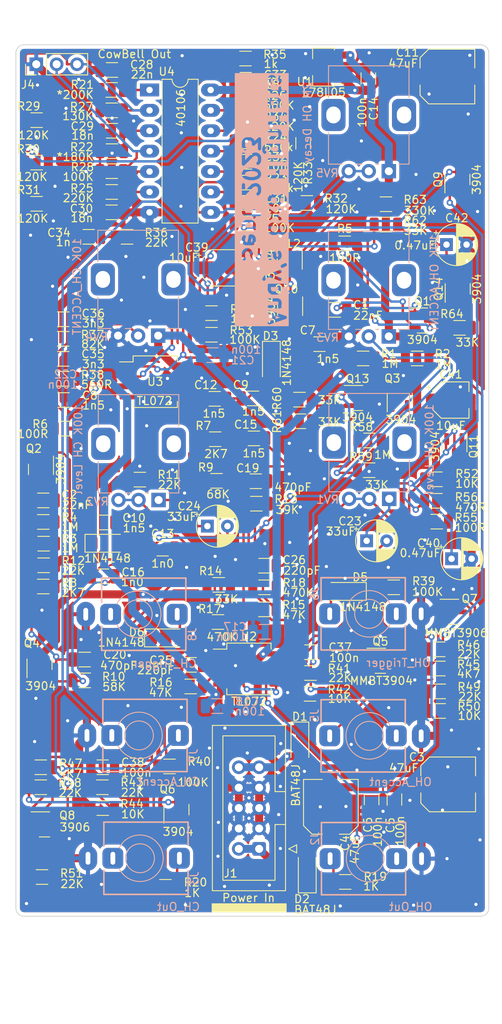
<source format=kicad_pcb>
(kicad_pcb (version 20221018) (generator pcbnew)
  (layers (0 "F.Cu" signal) (31 "B.Cu" signal) (34 "B.Paste" user) (35 "F.Paste" user) (36 "B.SilkS" user "B.Silkscreen") (37 "F.SilkS" user "F.Silkscreen") (38 "B.Mask" user) (39 "F.Mask" user) (44 "Edge.Cuts" user))
  (net 0 "")
  (net 1 "Noise")
  (net 2 "Net-(Q1-B)")
  (net 3 "Net-(Q2-B)")
  (net 4 "+12V")
  (net 5 "GND")
  (net 6 "-12V")
  (net 7 "Net-(D3-K)")
  (net 8 "Net-(D4-K)")
  (net 9 "OH_Fire")
  (net 10 "CH_Fire")
  (net 11 "+5V")
  (net 12 "Net-(C12-Pad2)")
  (net 13 "Net-(C13-Pad2)")
  (net 14 "Net-(Q3-B)")
  (net 15 "Net-(Q3-E)")
  (net 16 "Net-(C19-Pad2)")
  (net 17 "Net-(C23-Pad1)")
  (net 18 "Net-(C20-Pad2)")
  (net 19 "Net-(C24-Pad1)")
  (net 20 "Net-(U2B--)")
  (net 21 "Net-(C25-Pad2)")
  (net 22 "Net-(C26-Pad2)")
  (net 23 "Net-(C28-Pad2)")
  (net 24 "Net-(C29-Pad2)")
  (net 25 "Net-(C30-Pad2)")
  (net 26 "Net-(C31-Pad2)")
  (net 27 "Net-(C34-Pad1)")
  (net 28 "Net-(C32-Pad2)")
  (net 29 "Net-(U2A--)")
  (net 30 "Net-(C33-Pad2)")
  (net 31 "Net-(D5-K)")
  (net 32 "Net-(C35-Pad2)")
  (net 33 "Net-(D6-K)")
  (net 34 "Net-(C34-Pad2)")
  (net 35 "Net-(Q9-C)")
  (net 36 "Net-(Q11-E)")
  (net 37 "Net-(Q14-C)")
  (net 38 "Net-(Q14-E)")
  (net 39 "Net-(D1-A)")
  (net 40 "Net-(U3B--)")
  (net 41 "Net-(D5-A)")
  (net 42 "Net-(D6-A)")
  (net 43 "/Trigger_choke/OH_Accent")
  (net 44 "Net-(C37-Pad2)")
  (net 45 "/Trigger_choke/CH_Accent")
  (net 46 "Net-(J5-PadTN)")
  (net 48 "OH_Out")
  (net 49 "Net-(C38-Pad2)")
  (net 50 "CH_Out")
  (net 52 "Net-(Q1-E)")
  (net 53 "Net-(Q2-E)")
  (net 54 "Net-(Q5-B)")
  (net 55 "Net-(Q5-C)")
  (net 56 "Net-(Q6-B)")
  (net 57 "Net-(Q6-C)")
  (net 58 "Net-(Q7-B)")
  (net 59 "OH_Trigger")
  (net 60 "Net-(Q8-B)")
  (net 61 "CH_Trigger")
  (net 62 "OH_Trig_Choke")
  (net 63 "Net-(Q10-B)")
  (net 64 "Net-(Q10-C)")
  (net 65 "Net-(Q11-B)")
  (net 66 "Net-(Q11-C)")
  (net 67 "Net-(Q12-B)")
  (net 68 "Net-(Q13-B)")
  (net 69 "Net-(Q13-E)")
  (net 70 "Net-(Q14-B)")
  (net 71 "Net-(R1-Pad2)")
  (net 72 "Net-(R3-Pad2)")
  (net 73 "Net-(U2B-+)")
  (net 74 "Net-(R21-Pad2)")
  (net 75 "Net-(R22-Pad2)")
  (net 76 "Net-(R23-Pad2)")
  (net 77 "Net-(R24-Pad2)")
  (net 78 "Net-(R25-Pad2)")
  (net 79 "Net-(R26-Pad2)")
  (net 80 "Net-(R53-Pad2)")
  (net 83 "Net-(J4-Pin_3)")
  (net 84 "Net-(J4-Pin_2)")
  (net 85 "Net-(J7-PadTN)")
  (net 86 "Net-(U2A-+)")
  (net 87 "Net-(U3A--)")
  (net 88 "Net-(Q4-B)")
  (net 89 "Net-(Q4-E)")
  (net 90 "Net-(D2-K)")
  (footprint "Capacitor_SMD:C_1206_3216Metric" (layer "F.Cu") (at 227.027 51.7144)
    (fp_text reference "C29")
    (fp_text value "18n")
  )
  (footprint "Resistor_SMD:R_1206_3216Metric" (layer "F.Cu") (at 258.3287 80.0608)
    (fp_text reference "R1")
    (fp_text value "1M")
  )
  (footprint "Resistor_SMD:R_1206_3216Metric" (layer "F.Cu") (at 267.5021 100.3808 180)
    (fp_text reference "R55")
    (fp_text value "100R")
  )
  (footprint "Package_SO:SO-8_5.3x6.2mm_P1.27mm" (layer "F.Cu") (at 232.41 82.9564)
    (fp_text reference "U3")
    (fp_text value "TL072")
  )
  (footprint "Diode_SMD:D_MiniMELF" (layer "F.Cu") (at 256.06 109.0676 180)
    (fp_text reference "D5")
    (fp_text value "1N4148")
  )
  (footprint "Diode_SMD:D_MiniMELF" (layer "F.Cu") (at 226.314 103.0732)
    (fp_text reference "D4" hide)
    (fp_text value "1N4148")
  )
  (footprint "Resistor_SMD:R_1206_3216Metric" (layer "F.Cu") (at 239.8883 90.1192 180)
    (fp_text reference "R7")
    (fp_text value "2K7")
  )
  (footprint "Resistor_SMD:R_1206_3216Metric" (layer "F.Cu") (at 226.9851 46.6344 180)
    (fp_text reference "R21")
    (fp_text value "*200K ")
  )
  (footprint "Resistor_SMD:R_1206_3216Metric" (layer "F.Cu") (at 259.1308 90.2716)
    (fp_text reference "R58")
    (fp_text value "1M")
  )
  (footprint "Resistor_SMD:R_1206_3216Metric" (layer "F.Cu") (at 228.8941 64.9224)
    (fp_text reference "R36")
    (fp_text value "22K")
  )
  (footprint "Capacitor_SMD:CP_Elec_4x5.4" (layer "F.Cu") (at 269.262 85.2424)
    (fp_text reference "C41")
    (fp_text value "10uF")
  )
  (footprint "Resistor_SMD:R_1206_3216Metric" (layer "F.Cu") (at 243.6751 50.4444)
    (fp_text reference "R34")
    (fp_text value "120K")
  )
  (footprint "Resistor_SMD:R_1206_3216Metric" (layer "F.Cu") (at 243.6983 63.246 180)
    (fp_text reference "R57")
    (fp_text value "100K")
  )
  (footprint "Resistor_SMD:R_1206_3216Metric" (layer "F.Cu") (at 250.8504 53.2785 -90)
    (fp_text reference "R33")
    (fp_text value "120K")
  )
  (footprint "Capacitor_SMD:C_1206_3216Metric" (layer "F.Cu") (at 243.6876 45.3644 180)
    (fp_text reference "C33")
    (fp_text value "18n")
  )
  (footprint "Resistor_SMD:R_1206_3216Metric" (layer "F.Cu") (at 267.8069 116.2812)
    (fp_text reference "R46")
    (fp_text value "22K")
  )
  (footprint "Package_TO_SOT_SMD:SOT-23" (layer "F.Cu") (at 270.1188 71.4017 90)
    (fp_text reference "Q14")
    (fp_text value "3904")
  )
  (footprint "Resistor_SMD:R_1206_3216Metric" (layer "F.Cu") (at 243.7223 58.166 180)
    (fp_text reference "R23")
    (fp_text value "680k")
  )
  (footprint "Diode_SMD:D_MiniMELF" (layer "F.Cu") (at 251.3584 143.9392 90)
    (fp_text reference "D2")
    (fp_text value "BAT48J")
  )
  (footprint "Package_TO_SOT_SMD:SOT-23" (layer "F.Cu") (at 257.6345 84.9884)
    (fp_text reference "Q13")
    (fp_text value "3904")
  )
  (footprint "Package_TO_SOT_SMD:SOT-23" (layer "F.Cu") (at 218.6031 138.0744)
    (fp_text reference "Q8")
    (fp_text value "3906")
  )
  (footprint "Resistor_SMD:R_1206_3216Metric" (layer "F.Cu") (at 267.8283 118.6688 180)
    (fp_text reference "R45")
    (fp_text value "4K7")
  )
  (footprint "Capacitor_SMD:C_1206_3216Metric" (layer "F.Cu") (at 220.9782 85.2424 180)
    (fp_text reference "C8")
    (fp_text value "1n5")
  )
  (footprint "Resistor_SMD:R_1206_3216Metric" (layer "F.Cu") (at 225.8675 136.0424)
    (fp_text reference "R44")
    (fp_text value "10K")
  )
  (footprint "Resistor_SMD:R_1206_3216Metric" (layer "F.Cu") (at 261.1735 60.8584)
    (fp_text reference "R63")
    (fp_text value "330K")
  )
  (footprint "Capacitor_THT:CP_Radial_D5.0mm_P2.50mm" (layer "F.Cu") (at 258.7644 102.7684)
    (fp_text reference "C23")
    (fp_text value "33uF")
  )
  (footprint "Capacitor_SMD:C_1206_3216Metric" (layer "F.Cu") (at 262.2296 134.9774 -90)
    (fp_text reference "C5")
    (fp_text value "100n")
  )
  (footprint "Package_TO_SOT_SMD:SOT-89-3_Handsoldering" (layer "F.Cu") (at 253.3904 43.7896 180)
    (fp_text reference "U1")
    (fp_text value "L78L05")
  )
  (footprint "Resistor_SMD:R_1206_3216Metric" (layer "F.Cu") (at 226.9851 56.7436)
    (fp_text reference "R28")
    (fp_text value "100K")
  )
  (footprint "Resistor_SMD:R_1206_3216Metric" (layer "F.Cu") (at 267.462 95.1096)
    (fp_text reference "R52")
    (fp_text value "10K")
  )
  (footprint "Resistor_SMD:R_1206_3216Metric" (layer "F.Cu") (at 233.68 145.8468)
    (fp_text reference "R20")
    (fp_text value "1K")
  )
  (footprint "Resistor_SMD:R_1206_3216Metric" (layer "F.Cu") (at 218.4507 108.458 180)
    (fp_text reference "R8")
    (fp_text value "2K7")
  )
  (footprint "Resistor_SMD:R_1206_3216Metric" (layer "F.Cu") (at 230.4903 95.1484 180)
    (fp_text reference "R11")
    (fp_text value "22K")
  )
  (footprint "Resistor_SMD:R_1206_3216Metric" (layer "F.Cu") (at 226.9851 49.1744)
    (fp_text reference "R27")
    (fp_text value "130K")
  )
  (footprint "Resistor_SMD:R_1206_3216Metric" (layer "F.Cu") (at 236.8296 120.904)
    (fp_text reference "R16")
    (fp_text value "47K")
  )
  (footprint "Resistor_SMD:R_1206_3216Metric" (layer "F.Cu") (at 218.4507 100.4196 180)
    (fp_text reference "R4")
    (fp_text value "1M")
  )
  (footprint "Resistor_SMD:R_1206_3216Metric" (layer "F.Cu") (at 217.6165 55.6768 180)
    (fp_text reference "R30")
    (fp_text value "120K")
  )
  (footprint "Capacitor_SMD:C_1206_3216Metric" (layer "F.Cu") (at 251.7559 116.6368)
    (fp_text reference "C37")
    (fp_text value "100n")
  )
  (footprint "Resistor_SMD:R_1206_3216Metric" (layer "F.Cu") (at 225.8167 133.4516)
    (fp_text reference "R43")
    (fp_text value "22K")
  )
  (footprint "Resistor_SMD:R_1206_3216Metric" (layer "F.Cu") (at 256.0427 65.7352)
    (fp_text reference "R5")
    (fp_text value "100R")
  )
  (footprint "Capacitor_SMD:C_1206_3216Metric" (layer "F.Cu") (at 224.11 64.9224)
    (fp_text reference "C34")
    (fp_text value "1n")
  )
  (footprint "Connector_PinHeader_2.54mm:PinHeader_1x03_P2.54mm_Vertical" (layer "F.Cu") (at 217.5764 43.434 90)
    (fp_text reference "J4")
    (fp_text value "CowBell Out")
  )
  (footprint "Package_TO_SOT_SMD:SOT-23" (layer "F.Cu") (at 269.7035 91.0336 -90)
    (fp_text reference "Q11")
    (fp_text value "3904")
  )
  (footprint "Resistor_SMD:R_1206_3216Metric" (layer "F.Cu") (at 251.7648 119.2276)
    (fp_text reference "R41")
    (fp_text value "22K")
  )
  (footprint "Resistor_SMD:R_1206_3216Metric" (layer "F.Cu") (at 267.8684 121.5136)
    (fp_text reference "R49")
    (fp_text value "22K")
  )
  (footprint "Capacitor_SMD:C_1206_3216Metric" (layer "F.Cu") (at 220.9417 80.1116)
    (fp_text reference "C35")
    (fp_text value "3n3")
  )
  (footprint "Capacitor_SMD:C_1206_3216Metric" (layer "F.Cu") (at 244.9434 95.3516)
    (fp_text reference "C19")
    (fp_text value "470pF")
  )
  (footprint "Capacitor_SMD:C_Elec_6.3x5.4" (layer "F.Cu") (at 268.9352 133.096)
    (fp_text reference "C3")
    (fp_text value "47uF")
  )
  (footprint "Resistor_SMD:R_1206_3216Metric" (layer "F.Cu") (at 239.4204 74.422 180)
    (fp_text reference "R54")
    (fp_text value "10K")
  )
  (footprint "Connector_IDC:IDC-Header_2x05_P2.54mm_Vertical" (layer "F.Cu") (at 245.364 141.1224 180)
    (fp_text reference "J1")
    (fp_text value "Power In")
  )
  (footprint "Package_TO_SOT_SMD:SOT-23" (layer "F.Cu") (at 217.9828 118.1331 90)
    (fp_text reference "Q4")
    (fp_text value "3904")
  )
  (footprint "Diode_SMD:D_MiniMELF" (layer "F.Cu") (at 246.888 80.5916 -90)
    (fp_text reference "D3")
    (fp_text value "1N4148")
  )
  (footprint "Capacitor_SMD:C_1206_3216Metric" (layer "F.Cu") (at 254.811 74.0156)
    (fp_text reference "C1")
    (fp_text value "22nF")
  )
  (footprint "Resistor_SMD:R_1206_3216Metric" (layer "F.Cu") (at 245.0191 98.1456 180)
    (fp_text reference "R13")
    (fp_text value "39K")
  )
  (footprint "Resistor_SMD:R_1206_3216Metric" (layer "F.Cu") (at 227.0065 54.2544 180)
    (fp_text reference "R22")
    (fp_text value "*180K")
  )
  (footprint "Resistor_SMD:R_1206_3216Metric" (layer "F.Cu") (at 240.2332 112.8776 180)
    (fp_text reference "R17")
    (fp_text value "470K")
  )
  (footprint "Resistor_SMD:R_1206_3216Metric" (layer "F.Cu") (at 221.2741 88.7984)
    (fp_text reference "R6")
    (fp_text value "100R")
  )
  (footprint "Capacitor_SMD:C_1206_3216Metric" (layer "F.Cu") (at 220.9435 75.184 180)
    (fp_text reference "C36")
    (fp_text value "3n3")
  )
  (footprint "Resistor_SMD:R_1206_3216Metric" (layer "F.Cu") (at 220.9399 82.6008)
    (fp_text reference "R38")
    (fp_text value "560R")
  )
  (footprint "Resistor_SMD:R_1206_3216Metric" (layer "F.Cu") (at 267.462 97.79)
    (fp_text reference "R56")
    (fp_text value "470R")
  )
  (footprint "Capacitor_SMD:C_1206_3216Metric" (layer "F.Cu") (at 239.825 85.09 180)
    (fp_text reference "C12")
    (fp_text value "1n5")
  )
  (footprint "Resistor_SMD:R_1206_3216Metric" (layer "F.Cu") (at 223.6234 120.142)
    (fp_text reference "R10")
    (fp_text value "58K")
  )
  (footprint "Capacitor_SMD:C_1206_3216Metric" (layer "F.Cu") (at 227.0216 44.1452)
    (fp_text reference "C28")
    (fp_text value "22n")
  )
  (footprint "Diode_SMD:D_MiniMELF" (layer "F.Cu") (at 250.444 127.9932 -90)
    (fp_text reference "D1")
    (fp_text value "BAT48J")
  )
  (footprint "Capacitor_SMD:C_1206_3216Metric" (layer "F.Cu") (at 246.0244 105.8672)
    (fp_text reference "C26")
    (fp_text value "220pF")
  )
  (footprint "Capacitor_SMD:C_Elec_6.3x5.4" (layer "F.Cu") (at 254.3048 135.8875 90)
    (fp_text reference "C4")
    (fp_text value "47uF")
  )
  (footprint "Resistor_SMD:R_1206_3216Metric" (layer "F.Cu") (at 240.0559 95.3008 180)
    (fp_text reference "R9")
    (fp_text value "68K")
  )
  (footprint "Capacitor_SMD:C_1206_3216Metric" (layer "F.Cu") (at 243.7348 60.706 180)
    (fp_text reference "C31")
    (fp_text value "10n")
  )
  (footprint "Resistor_SMD:R_1206_3216Metric" (layer "F.Cu") (at 218.1352 130.9624)
    (fp_text reference "R47")
    (fp_text value "4K7")
  )
  (footprint "Resistor_SMD:R_1206_3216Metric" (layer "F.Cu") (at 220.9346 77.6224 180)
    (fp_text reference "R37")
    (fp_text value "82K")
  )
  (footprint "Package_TO_SOT_SMD:SOT-23" (layer "F.Cu") (at 269.5956 111.6076)
    (fp_text reference "Q7")
    (fp_text value "MMBT3906")
  )
  (footprint "Capacitor_SMD:C_1206_3216Metric" (layer "F.Cu") (at 236.8296 118.2116 180)
    (fp_text reference "C25")
    (fp_text value "220pF")
  )
  (footprint "Diode_SMD:D_MiniMELF" (layer "F.Cu") (at 233.7308 114.8588)
    (fp_text reference "D6")
    (fp_text value "1N4148")
  )
  (footprint "Resistor_SMD:R_1206_3216Metric" (layer "F.Cu") (at 217.6165 60.8076 180)
    (fp_text reference "R31")
    (fp_text value "120K")
  )
  (footprint "Package_TO_SOT_SMD:SOT-23" (layer "F.Cu") (at 270.0816 57.7827 90)
    (fp_text reference "Q9")
    (fp_text value "3904")
  )
  (footprint "Resistor_SMD:R_1206_3216Metric" (layer "F.Cu") (at 218.5015 103.124)
    (fp_text reference "R3")
    (fp_text value "1M")
  )
  (footprint "Package_SO:SO-8_5.3x6.2mm_P1.27mm" (layer "F.Cu") (at 244.0904 118.7196)
    (fp_text reference "U2")
    (fp_text value "TL072")
  )
  (footprint "Resistor_SMD:R_1206_3216Metric" (layer "F.Cu") (at 250.444 87.884)
    (fp_text reference "R61")
    (fp_text value "33K")
  )
  (footprint "Capacitor_SMD:C_1206_3216Metric" (layer "F.Cu") (at 225.9058 100.4824)
    (fp_text reference "C10")
    (fp_text value "1n5")
  )
  (footprint "Resistor_SMD:R_1206_3216Metric" (layer "F.Cu") (at 218.1352 133.4516)
    (fp_text reference "R48")
    (fp_text value "22K")
  )
  (footprint "Capacitor_THT:CP_Radial_D5.0mm_P2.50mm" (layer "F.Cu") (at 269.3557 105.0036)
    (fp_text reference "C40")
    (fp_text value "0.47uF")
  )
  (footprint "Resistor_SMD:R_1206_3216Metric" (layer "F.Cu") (at 256.0935 145.2372 180)
    (fp_text reference "R19")
    (fp_text value "1K")
  )
  (footprint "Resistor_SMD:R_1206_3216Metric" (layer "F.Cu") (at 262.1387 108.5596 180)
    (fp_text reference "R39")
    (fp_text value "100K")
  )
  (footprint "Package_TO_SOT_SMD:SOT-23" (layer "F.Cu") (at 249.174 68.3029 -90)
    (fp_text reference "Q12")
    (fp_text value "3904")
  )
  (footprint "Capacitor_SMD:C_1206_3216Metric" (layer "F.Cu") (at 258.9784 45.212 90)
    (fp_text reference "C14")
    (fp_text value "100n")
  )
  (footprint "Resistor_SMD:R_1206_3216Metric" (layer "F.Cu") (at 217.6165 50.3936 180)
    (fp_text reference "R29")
    (fp_text value "120K")
  )
  (footprint "Resistor_SMD:R_1206_3216Metric" (layer "F.Cu") (at 246.0315 108.5596)
    (fp_text reference "R18")
    (fp_text value "470K")
  )
  (footprint "Resistor_SMD:R_1206_3216Metric" (layer "F.Cu") (at 234.188 130.8608 180)
    (fp_text reference "R40")
    (fp_text value "100K")
  )
  (footprint "Package_TO_SOT_SMD:SOT-23" (layer "F.Cu") (at 235.0516 136.2456 90)
    (fp_text reference "Q6")
    (fp_text value "3904")
  )
  (footprint "Package_TO_SOT_SMD:SOT-23" (layer "F.Cu") (at 265.7117 75.3364)
    (fp_text reference "Q1")
    (fp_text value "3904")
  )
  (footprint "Resistor_SMD:R_1206_3216Metric" (layer "F.Cu") (at 218.2876 144.6276)
    (fp_text reference "R51")
    (fp_text value "22K")
  )
  (footprint "Resistor_SMD:R_1206_3216Metric" (layer "F.Cu") (at 261.1628 63.3984)
    (fp_text reference "R62")
    (fp_text value "33K")
  )
  (footprint "Capacitor_THT:CP_Radial_D5.0mm_P2.50mm" (layer "F.Cu") (at 268.7212 65.8876)
    (fp_text reference "C42")
    (fp_text value "0.47uF")
  )
  (footprint "Resistor_SMD:R_1206_3216Metric" (layer "F.Cu") (at 239.4204 77.1144 180)
    (fp_text reference "R53")
    (fp_text value "100K")
  )
  (footprint "Resistor_SMD:R_1206_3216Metric" (layer "F.Cu") (at 270.3469 76.2508)
    (fp_text reference "R64")
    (fp_text value "33K")
  )
  (footprint "Capacitor_SMD:C_1206_3216Metric" (layer "F.Cu") (at 252.8806 78.2828 180)
    (fp_text reference "C7")
    (fp_text value "1n5")
  )
  (footprint "Resistor_SMD:R_1206_3216Metric" (layer "F.Cu") (at 243.7223 53.0352)
    (fp_text reference "R24")
    (fp_text value "560k")
  )
  (footprint "Resistor_SMD:R_1206_3216Metric" (layer "F.Cu") (at 218.5015 105.8164)
    (fp_text reference "R12")
    (fp_text value "22K")
  )
  (footprint "Resistor_SMD:R_1206_3216Metric" (layer "F.Cu") (at 267.8684 123.952)
    (fp_text reference "R50")
    (fp_text value "10K")
  )
  (footprint "Capacitor_SMD:C_1206_3216Metric" (layer "F.Cu") (at 244.6002 85.0392 180)
    (fp_text reference "C9")
    (fp_text value "1n5")
  )
  (footprint "Capacitor_SMD:C_1206_3216Metric" (layer "F.Cu") (at 225.9058 107.188)
    (fp_text reference "C16")
    (fp_text value "1n0")
  )
  (footprint "Capacitor_SMD:C_1206_3216Metric" (layer "F.Cu") (at 223.6234 117.5512)
    (fp_text reference "C20")
    (fp_text value "470pF")
  )
  (footprint "Package_TO_SOT_SMD:SOT-23" (layer "F.Cu") (at 262.89 85.0392 90)
    (fp_text reference "Q3")
    (fp_text value "3904")
  )
  (footprint "Package_TO_SOT_SMD:SOT-23" (layer "F.Cu") (at 249.2248 74.0664 -90)
    (fp_text reference "Q10")
    (fp_text value "3904")
  )
  (footprint "Capacitor_SMD:C_1206_3216Metric" (layer "F.Cu") (at 226.9726 61.8744 180)
    (fp_text reference "C30")
    (fp_text value "18n")
  )
  (footprint "Capacitor_SMD:C_1206_3216Metric" (layer "F.Cu") (at 244.7054 90.0176)
    (fp_text reference "C15")
    (fp_text value "1n5")
  )
  (footprint "Resistor_SMD:R_1206_3216Metric" (layer "F.Cu") (at 259.08 93.98)
    (fp_text reference "R59")
    (fp_text value "33K")
  )
  (footprint "Resistor_SMD:R_1206_3216Metric" (layer "F.Cu") (at 246.0208 111.3028)
    (fp_text reference "R15")
    (fp_text value "47K")
  )
  (footprint "Capacitor_SMD:CP_Elec_4x5.4" (layer "F.Cu") (at 240.6108 68.7832)
    (fp_text reference "C39")
    (fp_text value "10uF")
  )
  (footprint "Resistor_SMD:R_1206_3216Metric" (layer "F.Cu") (at 251.7033 121.8184 180)
    (fp_text reference "R42")
    (fp_text value "10K")
  )
  (footprint "Resistor_SMD:R_1206_3216Metric" (layer "F.Cu") (at 243.6582 42.7228)
    (fp_text reference "R35")
    (fp_text value "1k")
  )
  (footprint "Capacitor_SMD:C_1206_3216Metric" (layer "F.Cu") (at 243.7348 55.5752 180)
    (fp_text reference "C32")
    (fp_text value "10n")
  )
  (footprint "Capacitor_SMD:C_1206_3216Metric" (layer "F.Cu") (at 225.8568 130.9624 180)
    (fp_text reference "C38")
    (fp_text value "100n")
  )
  (footprint "Capacitor_THT:CP_Radial_D5.0mm_P2.50mm" (layer "F.Cu") (at 238.9124 100.9396)
    (fp_text reference "C24")
    (fp_text value "33uF")
  )
  (footprint "Resistor_SMD:R_1206_3216Metric" (layer "F.Cu") (at 240.3241 108.2548)
    (fp_text reference "R14")
    (fp_text value "33K")
  )
  (footprint "Resistor_SMD:R_1206_3216Metric" (layer "F.Cu") (at 250.3932 85.1916)
    (fp_text reference "R60")
    (fp_text value "33K")
  )
  (footprint "Resistor_SMD:R_1206_3216Metric" (layer "F.Cu") (at 265.0637 80.0608)
    (fp_text reference "R2")
    (fp_text value "1M")
  )
  (footprint "Capacitor_SMD:C_1206_3216Metric" (layer "F.Cu") (at 218.4507 97.7392 180)
    (fp_text reference "C2")
    (fp_text value "22nF")
  )
  (footprint "Capacitor_SMD:C_1206_3216Metric" (layer "F.Cu") (at 259.3848 134.9266 90)
    (fp_text reference "C6")
    (fp_text value "100n")
  )
  (footprint "Resistor_SMD:R_1206_3216Metric" (layer "F.Cu") (at 251.3076 60.706)
    (fp_text reference "R32")
    (fp_text value "120K")
  )
  (footprint "Package_DIP:DIP-14_W7.62mm_LongPads" (layer "F.Cu") (at 231.6988 46.6344)
    (fp_text reference "U4")
    (fp_text value "40106")
  )
  (footprint "Package_TO_SOT_SMD:SOT-23" (layer "F.Cu") (at 260.4793 117.7036)
    (fp_text reference "Q5")
    (fp_text value "MMBT3904")
  )
  (footprint "Capacitor_SMD:C_Elec_6.3x5.4" (layer "F.Cu") (at 268.8361 44.958)
    (fp_text reference "C11")
    (fp_text value "47uF")
  )
  (footprint "Package_TO_SOT_SMD:SOT-23" (layer "F.Cu") (at 218.1629 93.8784 -90)
    (fp_text reference "Q2")
    (fp_text value "3904")
  )
  (footprint "Resistor_SMD:R_1206_3216Metric" (layer "F.Cu") (at 243.6751 47.9044)
    (fp_text reference "R26")
    (fp_text value "560K")
  )
  (footprint "Capacitor_SMD:C_1206_3216Metric" (layer "F.Cu") (at 233.336 103.7448)
    (fp_text reference "C13")
    (fp_text value "1n0")
  )
  (footprint "Resistor_SMD:R_1206_3216Metric" (layer "F.Cu") (at 226.9851 59.3344)
    (fp_text reference "R25")
    (fp_text value "220K")
  )
  (footprint "Audio Jacks:Jack_3.5mm_QingPu_WQP-PJ398SM_Vertical" (layer "B.Cu") (at 259.08 127.0508 -90)
    (fp_text reference "J5")
    (fp_text value "OH_Accent")
  )
  (footprint "Potentiometer_THT:Potentiometer_Alps_RK09K_Single_Vertical" (layer "B.Cu") (at 261.5292 56.7484 90)
    (fp_text reference "RV5")
    (fp_text value "2M OH Decay")
  )
  (footprint "Capacitor_SMD:C_1206_3216Metric" (layer "B.Cu") (at 246.0734 114.0968 180)
    (fp_text reference "C17")
    (fp_text value "100n")
  )
  (footprint "Potentiometer_THT:Potentiometer_Alps_RK09K_Single_Vertical" (layer "B.Cu") (at 261.5292 77.3224 90)
    (fp_text reference "RV3")
    (fp_text value "10K OH_ACCENT")
  )
  (footprint "Audio Jacks:Jack_3.5mm_QingPu_WQP-PJ398SM_Vertical" (layer "B.Cu") (at 259.08 111.8616 -90)
    (fp_text reference "J6")
    (fp_text value "OH_Trigger")
  )
  (footprint "Potentiometer_THT:Potentiometer_Alps_RK09K_Single_Vertical" (layer "B.Cu") (at 261.58 97.5408 90)
    (fp_text reference "RV1")
    (fp_text value "100K OH Level")
  )
  (footprint "Capacitor_SMD:C_1206_3216Metric" (layer "B.Cu") (at 239.5238 79.6544)
    (fp_text reference "C21")
    (fp_text value "100n")
  )
  (footprint "Audio Jacks:Jack_3.5mm_QingPu_WQP-PJ398SM_Vertical" (layer "B.Cu") (at 230.378 127 90)
    (fp_text reference "J7")
    (fp_text value "CH_Accent")
  )
  (footprint "Audio Jacks:Jack_3.5mm_QingPu_WQP-PJ398SM_Vertical" (layer "B.Cu") (at 259.1308 142.3416 -90)
    (fp_text reference "J2")
    (fp_text value "OH_Out")
  )
  (footprint "Capacitor_SMD:C_1206_3216Metric" (layer "B.Cu") (at 240.1334 123.3424 180)
    (fp_text reference "C18")
    (fp_text value "100n")
  )
  (footprint "Audio Jacks:Jack_3.5mm_QingPu_WQP-PJ398SM_Vertical" (layer "B.Cu") (at 230.5047 142.2908 90)
    (fp_text reference "J3")
    (fp_text value "CH_Out")
  )
  (footprint "Potentiometer_THT:Potentiometer_Alps_RK09K_Single_Vertical" (layer "B.Cu") (at 232.7764 77.2208 90)
    (fp_text reference "RV4")
    (fp_text value "10K CH_ACCENT")
  )
  (footprint "Potentiometer_THT:Potentiometer_Alps_RK09K_Single_Vertical" (layer "B.Cu") (at 232.8272 97.6884 90)
    (fp_text reference "RV2")
    (fp_text value "100K CH Level")
  )
  (footprint "Audio Jacks:Jack_3.5mm_QingPu_WQP-PJ398SM_Vertical" (layer "B.Cu") (at 230.2256 111.9124 90)
    (fp_text reference "J8")
    (fp_text value "CH_Trigger")
  )
  (footprint "Capacitor_SMD:C_1206_3216Metric" (layer "B.Cu") (at 224.9914 82.6008)
    (fp_text reference "C22")
    (fp_text value "100n")
  )
  (gr_rect (start 239.522 147.9804) (end 248.7168 148.9456) (stroke (width 0.15)) (fill solid) (layer "F.SilkS"))
  (gr_line locked (start 215.5364 41.1456) (end 215.329293 41.3046) (stroke (width 0.1)) (layer "Edge.Cuts"))
  (gr_line locked (start 215.0364 148.5116) (end 215.070474 148.770419) (stroke (width 0.1)) (layer "Edge.Cuts"))
  (gr_line locked (start 215.777581 149.477526) (end 216.0364 149.5116) (stroke (width 0.1)) (layer "Edge.Cuts"))
  (gr_line locked (start 215.170375 149.0116) (end 215.329293 149.218707) (stroke (width 0.1)) (layer "Edge.Cuts"))
  (gr_line locked (start 273.8624 41.5116) (end 273.7035 41.3046) (stroke (width 0.1)) (layer "Edge.Cuts"))
  (gr_line locked (start 273.7035 149.218707) (end 273.8624 149.0116) (stroke (width 0.1)) (layer "Edge.Cuts"))
  (gr_line locked (start 215.5364 149.377625) (end 215.777581 149.477526) (stroke (width 0.1)) (layer "Edge.Cuts"))
  (gr_line locked (start 273.9623 41.7526) (end 273.8624 41.5116) (stroke (width 0.1)) (layer "Edge.Cuts"))
  (gr_line locked (start 273.9964 148.5116) (end 273.9964 42.0116) (stroke (width 0.1)) (layer "Edge.Cuts"))
  (gr_line locked (start 273.9964 42.0116) (end 273.9623 41.7526) (stroke (width 0.1)) (layer "Edge.Cuts"))
  (gr_line locked (start 273.9623 148.770419) (end 273.9964 148.5116) (stroke (width 0.1)) (layer "Edge.Cuts"))
  (gr_line locked (start 215.777581 41.0456) (end 215.5364 41.1456) (stroke (width 0.1)) (layer "Edge.Cuts"))
  (gr_line locked (start 215.170375 41.5116) (end 215.070474 41.7526) (stroke (width 0.1)) (layer "Edge.Cuts"))
  (gr_line locked (start 215.329293 41.3046) (end 215.170375 41.5116) (stroke (width 0.1)) (layer "Edge.Cuts"))
  (gr_line locked (start 273.2552 149.477526) (end 273.4964 149.377625) (stroke (width 0.1)) (layer "Edge.Cuts"))
  (gr_line locked (start 272.9964 41.0116) (end 216.0364 41.0116) (stroke (width 0.1)) (layer "Edge.Cuts"))
  (gr_line locked (start 216.0364 149.5116) (end 272.9964 149.5116) (stroke (width 0.1)) (layer "Edge.Cuts"))
  (gr_line locked (start 273.4964 149.377625) (end 273.7035 149.218707) (stroke (width 0.1)) (layer "Edge.Cuts"))
  (gr_line locked (start 215.070474 148.770419) (end 215.170375 149.0116) (stroke (width 0.1)) (layer "Edge.Cuts"))
  (gr_line locked (start 273.2552 41.0456) (end 272.9964 41.0116) (stroke (width 0.1)) (layer "Edge.Cuts"))
  (gr_line locked (start 216.0364 41.0116) (end 215.777581 41.0456) (stroke (width 0.1)) (layer "Edge.Cuts"))
  (gr_line locked (start 215.0364 42.0116) (end 215.0364 148.5116) (stroke (width 0.1)) (layer "Edge.Cuts"))
  (gr_line locked (start 273.7035 41.3046) (end 273.4964 41.1456) (stroke (width 0.1)) (layer "Edge.Cuts"))
  (gr_line locked (start 273.4964 41.1456) (end 273.2552 41.0456) (stroke (width 0.1)) (layer "Edge.Cuts"))
  (gr_line locked (start 273.8624 149.0116) (end 273.9623 148.770419) (stroke (width 0.1)) (layer "Edge.Cuts"))
  (gr_line locked (start 215.329293 149.218707) (end 215.5364 149.377625) (stroke (width 0.1)) (layer "Edge.Cuts"))
  (gr_line locked (start 272.9964 149.5116) (end 273.2552 149.477526) (stroke (width 0.1)) (layer "Edge.Cuts"))
  (gr_line locked (start 215.070474 41.7526) (end 215.0364 42.0116) (stroke (width 0.1)) (layer "Edge.Cuts"))
  (gr_text "Andy's 8x8 HighHats\nSept 2023" (at 245.9228 60.198 270) (layer "B.SilkS" knockout) (effects (font (size 2 2) (thickness 0.4) bold) (justify mirror)))
  (segment (start 232.0576 71.7019) (end 232.0576 64.7439) (width 0.3) (layer "F.Cu") (net 1))
  (segment (start 228.91 81.0514) (end 232.314 81.0514) (width 0.3) (layer "F.Cu") (net 1))
  (segment (start 232.314 81.0514) (end 232.679 81.4164) (width 0.3) (layer "F.Cu") (net 1))
  (segment (start 219.4685 72.9349) (end 219.4685 75.184) (width 0.3) (layer "F.Cu") (net 1))
  (segment (start 228.6708 65.6482) (end 227.757 66.562) (width 0.3) (layer "F.Cu") (net 1))
  (segment (start 228.6708 64.6732) (end 228.6708 65.6482) (width 0.3) (layer "F.Cu") (net 1))
  (segment (start 252.5888 74.7628) (end 253.336 74.0156) (width 0.3) (layer "F.Cu") (net 1))
  (segment (start 219.4685 75.184) (end 219.4721 75.1876) (width 0.3) (layer "F.Cu") (net 1))
  (segment (start 218.2561 99.4088) (end 219.9257 97.7392) (width 0.3) (layer "F.Cu") (net 1))
  (segment (start 225.8414 66.562) (end 219.4685 72.9349) (width 0.3) (layer "F.Cu") (net 1))
  (segment (start 229.7027 63.6413) (end 228.6708 64.6732) (width 0.3) (layer "F.Cu") (net 1))
  (segment (start 232.0576 64.7439) (end 230.955 63.6413) (width 0.3) (layer "F.Cu") (net 1))
  (segment (start 235.8953 75.5396) (end 232.0576 71.7019) (width 0.3) (layer "F.Cu") (net 1))
  (segment (start 227.757 66.562) (end 225.8414 66.562) (width 0.3) (layer "F.Cu") (net 1))
  (segment (start 219.4721 75.1876) (end 219.4721 77.6224) (width 0.3) (layer "F.Cu") (net 1))
  (segment (start 215.9452 81.1493) (end 215.9452 101.2815) (width 0.3) (layer "F.Cu") (net 1))
  (segment (start 236.2683 79.9628) (end 251.6621 79.9628) (width 0.3) (layer "F.Cu") (net 1))
  (segment (start 251.6621 79.9628) (end 252.5888 79.0361) (width 0.3) (layer "F.Cu") (net 1))
  (segment (start 216.3855 101.7218) (end 217.5735 101.7218) (width 0.3) (layer "F.Cu") (net 1))
  (segment (start 235.8953 79.5898) (end 235.8953 75.5396) (width 0.3) (layer "F.Cu") (net 1))
  (segment (start 235.8953 79.5898) (end 236.2683 79.9628) (width 0.3) (layer "F.Cu") (net 1))
  (segment (start 217.5735 101.7218) (end 218.2561 101.0392) (width 0.3) (layer "F.Cu") (net 1))
  (segment (start 252.5888 79.0361) (end 252.5888 74.7628) (width 0.3) (layer "F.Cu") (net 1))
  (segment (start 219.4721 77.6224) (end 215.9452 81.1493) (width 0.3) (layer "F.Cu") (net 1))
  (segment (start 218.2561 101.0392) (end 218.2561 99.4088) (width 0.3) (layer "F.Cu") (net 1))
  (segment (start 230.955 63.6413) (end 229.7027 63.6413) (width 0.3) (layer "F.Cu") (net 1))
  (segment (start 215.9452 101.2815) (end 216.3855 101.7218) (width 0.3) (layer "F.Cu") (net 1))
  (via (at 232.679 81.4164) (size 0.8) (drill 0.4) (layers "F.Cu" "B.Cu") (net 1))
  (via (at 235.8953 79.5898) (size 0.8) (drill 0.4) (layers "F.Cu" "B.Cu") (net 1))
  (segment (start 235.8953 79.5898) (end 234.0687 81.4164) (width 0.3) (layer "B.Cu") (net 1))
  (segment (start 234.0687 81.4164) (end 232.679 81.4164) (width 0.3) (layer "B.Cu") (net 1))
  (segment (start 267.7892 78.7978) (end 266.5262 80.0608) (width 0.3) (layer "F.Cu") (net 2))
  (segment (start 267.2437 74.3864) (end 267.7892 74.9319) (width 0.3) (layer "F.Cu") (net 2))
  (segment (start 255.043 73.7742) (end 256.0446 73.7742) (width 0.3) (layer "F.Cu") (net 2))
  (segment (start 256.0446 73.7742) (end 256.286 74.0156) (width 0.3) (layer "F.Cu") (net 2))
  (segment (start 264.7742 74.3864) (end 267.2437 74.3864) (width 0.3) (layer "F.Cu") (net 2))
  (segment (start 264.7742 74.3864) (end 264.7742 73.4323) (width 0.3) (layer "F.Cu") (net 2))
  (segment (start 267.7892 74.9319) (end 267.7892 78.7978) (width 0.3) (layer "F.Cu") (net 2))
  (via (at 264.7742 73.4323) (size 0.8) (drill 0.4) (layers "F.Cu" "B.Cu") (net 2))
  (via (at 255.043 73.7742) (size 0.8) (drill 0.4) (layers "F.Cu" "B.Cu") (net 2))
  (segment (start 264.42 73.7865) (end 264.7742 73.4323) (width 0.3) (layer "B.Cu") (net 2))
  (segment (start 260.7592 73.1078) (end 261.4379 73.7865) (width 0.3) (layer "B.Cu") (net 2))
  (segment (start 255.043 73.7742) (end 255.7094 73.1078) (width 0.3) (layer "B.Cu") (net 2))
  (segment (start 261.4379 73.7865) (end 264.42 73.7865) (width 0.3) (layer "B.Cu") (net 2))
  (segment (start 255.7094 73.1078) (end 260.7592 73.1078) (width 0.3) (layer "B.Cu") (net 2))
  (segment (start 216.9757 100.4071) (end 216.9757 97.7392) (width 0.3) (layer "F.Cu") (net 3))
  (segment (start 219.1129 92.9409) (end 219.1129 95.602) (width 0.3) (layer "F.Cu") (net 3))
  (segment (start 219.1129 95.602) (end 216.9757 97.7392) (width 0.3) (layer "F.Cu") (net 3))
  (segment (start 216.9882 100.4196) (end 216.9757 100.4071) (width 0.3) (layer "F.Cu") (net 3))
  (segment (start 220.0469 111.0888) (end 218.4816 109.5235) (width 1) (layer "F.Cu") (net 4))
  (segment (start 261.5292 75.5705) (end 261.5292 75.2947) (width 1) (layer "F.Cu") (net 4))
  (segment (start 261.1628 65.038) (end 261.1628 58.8667) (width 1) (layer "F.Cu") (net 4))
  (segment (start 255.4631 82.2737) (end 256.2276 81.5092) (width 1) (layer "F.Cu") (net 4))
  (segment (start 217.9828 117.1956) (end 220.0469 115.1315) (width 1) (layer "F.Cu") (net 4))
  (segment (start 261.5292 75.2947) (end 261.0712 74.8367) (width 1) (layer "F.Cu") (net 4))
  (segment (start 261.5292 77.3224) (end 261.5292 75.5705) (width 1) (layer "F.Cu") (net 4))
  (segment (start 262.636 133.096) (end 262.2296 133.5024) (width 1) (layer "F.Cu") (net 4))
  (segment (start 261.0712 74.8367) (end 261.0712 65.1296) (width 1) (layer "F.Cu") (net 4))
  (segment (start 247.5348 116.8702) (end 247.5904 116.8146) (width 0.601) (layer "F.Cu") (net 4))
  (segment (start 250.444 126.9492) (end 250.444 126.2432) (width 1) (layer "F.Cu") (net 4))
  (segment (start 245.1801 117.5646) (end 245.8745 116.8702) (width 1) (layer "F.Cu") (net 4))
  (segment (start 267.4054 90.2038) (end 267.4054 92.5645) (width 1) (layer "F.Cu") (net 4))
  (segment (start 259.4587 84.1017) (end 258.572 84.9884) (width 1) (layer "F.Cu") (net 4))
  (segment (start 256.8662 81.5092) (end 256.8662 80.0608) (width 1) (layer "F.Cu") (net 4))
  (segment (start 265.0637 84.1017) (end 265.0637 78.9946) (width 1) (layer "F.Cu") (net 4))
  (segment (start 267.4054 92.5645) (end 267.4243 92.5834) (width 1) (layer "F.Cu") (net 4))
  (segment (start 245.8745 116.8702) (end 247.5348 116.8702) (width 0.601) (layer "F.Cu") (net 4))
  (segment (start 218.4816 109.5235) (end 218.4816 104.5666) (width 1) (layer "F.Cu") (net 4))
  (segment (start 258.4196 129.6924) (end 253.1872 129.6924) (width 1) (layer "F.Cu") (net 4))
  (segment (start 220.0469 111.0888) (end 221.6993 109.4364) (width 1) (layer "F.Cu") (net 4))
  (segment (start 220.0469 115.1315) (end 220.0469 111.0888) (width 1) (layer "F.Cu") (net 4))
  (segment (start 259.4587 84.1017) (end 256.8662 81.5092) (width 1) (layer "F.Cu") (net 4))
  (segment (start 247.9563 126.2432) (end 245.1801 123.467) (width 1) (layer "F.Cu") (net 4))
  (segment (start 261.1628 58.8667) (end 261.5292 58.5003) (width 1) (layer "F.Cu") (net 4))
  (segment (start 250.444 126.2432) (end 247.9563 126.2432) (width 1) (layer "F.Cu") (net 4))
  (segment (start 265.0637 84.1017) (end 265.0637 87.8621) (width 1) (layer "F.Cu") (net 4))
  (segment (start 267.4243 92.5834) (end 267.4243 98.9961) (width 1) (layer "F.Cu") (net 4))
  (segment (start 234.8551 81.0514) (end 235.91 81.0514) (width 1) (layer "F.Cu") (net 4))
  (segment (start 232.7764 77.2208) (end 232.7764 78.9727) (width 1) (layer "F.Cu") (net 4))
  (segment (start 261.0712 65.1296) (end 261.1628 65.038) (width 1) (layer "F.Cu") (net 4))
  (segment (start 265.0637 87.8621) (end 267.4054 90.2038) (width 1) (layer "F.Cu") (net 4))
  (segment (start 256.2276 81.5092) (end 256.8662 81.5092) (width 1) (layer "F.Cu") (net 4))
  (segment (start 253.1872 129.6924) (end 250.444 126.9492) (width 1) (layer "F.Cu") (net 4))
  (segment (start 265.0637 84.1017) (end 262.89 84.1017) (width 1) (layer "F.Cu") (net 4))
  (segment (start 245.1801 123.467) (end 245.1801 117.5646) (width 1) (layer "F.Cu") (net 4))
  (segment (start 218.4816 104.5666) (end 217.039 103.124) (width 1) (layer "F.Cu") (net 4))
  (segment (start 221.6993 109.4364) (end 230.9056 109.4364) (width 1) (layer "F.Cu") (net 4))
  (segment (start 263.3915 77.3224) (end 261.5292 77.3224) (width 1) (layer "F.Cu") (net 4))
  (segment (start 262.2296 133.5024) (end 258.4196 129.6924) (width 1) (layer "F.Cu") (net 4))
  (segment (start 267.4243 98.9961) (end 266.0396 100.3808) (width 1) (layer "F.Cu") (net 4))
  (segment (start 262.89 84.1017) (end 259.4587 84.1017) (width 1) (layer "F.Cu") (net 4))
  (segment (start 266.3977 133.096) (end 262.636 133.096) (width 1) (layer "F.Cu") (net 4))
  (segment (start 265.0637 78.9946) (end 263.3915 77.3224) (width 1) (layer "F.Cu") (net 4))
  (segment (start 232.7764 78.9727) (end 234.8551 81.0514) (width 1) (layer "F.Cu") (net 4))
  (segment (start 261.5292 57.2382) (end 261.5292 58.5003) (width 1) (layer "F.Cu") (net 4))
  (via (at 256.7432 42.3164) (size 0.8) (drill 0.4) (layers "F.Cu" "B.Cu") (net 4))
  (via (at 245.8745 116.8702) (size 0.8) (drill 0.4) (layers "F.Cu" "B.Cu") (net 4))
  (via (at 255.4631 82.2737) (size 0.8) (drill 0.4) (layers "F.Cu" "B.Cu") (net 4))
  (via (at 230.9056 109.4364) (size 0.8) (drill 0.4) (layers "F.Cu" "B.Cu") (net 4))
  (segment (start 238.0488 79.6544) (end 247.5484 89.154) (width 1) (layer "B.Cu") (net 4))
  (segment (start 247.5484 89.154) (end 247.5484 109.4364) (width 1) (layer "B.Cu") (net 4))
  (segment (start 256.7432 42.3164) (end 256.6924 42.3164) (width 1) (layer "B.Cu") (net 4))
  (segment (start 259.334 45.5676) (end 256.7432 42.9768) (width 1) (layer "B.Cu") (net 4))
  (segment (start 248.5828 89.154) (end 247.5484 89.154) (width 1) (layer "B.Cu") (net 4))
  (segment (start 261.5292 53.5032) (end 259.334 51.308) (width 1) (layer "B.Cu") (net 4))
  (segment (start 232.7764 77.2208) (end 234.5283 77.2208) (width 1) (layer "B.Cu") (net 4))
  (segment (start 247.5484 109.4364) (end 247.5484 114.0968) (width 1) (layer "B.Cu") (net 4))
  (segment (start 234.5283 77.2208) (end 235.6152 77.2208) (width 1) (layer "B.Cu") (net 4))
  (segment (start 261.5292 57.2382) (end 261.5292 53.5032) (width 1) (layer "B.Cu") (net 4))
  (segment (start 255.4631 82.2737) (end 248.5828 89.154) (width 1) (layer "B.Cu") (net 4))
  (segment (start 247.5484 115.1963) (end 245.8745 116.8702) (width 1) (layer "B.Cu") (net 4))
  (segment (start 247.5484 109.4364) (end 230.9056 109.4364) (width 1) (layer "B.Cu") (net 4))
  (segment (start 256.7432 42.9768) (end 256.7432 42.3164) (width 1) (layer "B.Cu") (net 4))
  (segment (start 256.6924 42.3164) (end 256.6416 42.2656) (width 1) (layer "B.Cu") (net 4))
  (segment (start 259.334 51.308) (end 259.334 45.5676) (width 1) (layer "B.Cu") (net 4))
  (segment (start 235.6152 77.2208) (end 238.0488 79.6544) (width 1) (layer "B.Cu") (net 4))
  (segment (start 247.5484 114.0968) (end 247.5484 115.1963) (width 1) (layer "B.Cu") (net 4))
  (segment (start 271.8557 105.0036) (end 271.8557 98.6795) (width 1) (layer "F.Cu") (net 5))
  (segment (start 257.7177 76.1339) (end 256.5292 77.3224) (width 1) (layer "F.Cu") (net 5))
  (segment (start 267.5619 127.0508) (end 267.5619 125.721) (width 1) (layer "F.Cu") (net 5))
  (segment (start 253.2888 80.772) (end 253.2115 80.772) (width 1) (layer "F.Cu") (net 5))
  (segment (start 245.364 136.0424) (end 245.364 138.5824) (width 1) (layer "F.Cu") (net 5))
  (segment (start 271.3736 49.5808) (end 271.3736 44.958) (width 1) (layer "F.Cu") (net 5))
  (segment (start 235.6505 130.8608) (end 237.4826 129.0287) (width 1) (layer "F.Cu") (net 5))
  (segment (start 223.1136 98.3488) (end 223.0678 98.303) (width 1) (layer "F.Cu") (net 5))
  (segment (start 235.6466 56.3518) (end 235.712 56.2864) (width 1) (layer "F.Cu") (net 5))
  (segment (start 255.316 77.3224) (end 254.3556 78.2828) (width 1) (layer "F.Cu") (net 5))
  (segment (start 223.0678 91.3842) (end 223.1644 91.2876) (width 1) (layer "F.Cu") (net 5))
  (segment (start 271.4727 126.0938) (end 269.3309 123.952) (width 1) (layer "F.Cu") (net 5))
  (segment (start 253.2115 80.772) (end 248.9307 85.0528) (width 1) (layer "F.Cu") (net 5))
  (segment (start 225.0859 120.142) (end 223.6234 118.6795) (width 1) (layer "F.Cu") (net 5))
  (segment (start 244.4433 111.4178) (end 244.5583 111.3028) (width 1) (layer "F.Cu") (net 5))
  (segment (start 224.4308 100.4824) (end 223.0678 99.1194) (width 1) (layer "F.Cu") (net 5))
  (segment (start 260.76 136.4016) (end 260.8072 136.4488) (width 1) (layer "F.Cu") (net 5))
  (segment (start 237.7206 86.8688) (end 237.2231 86.8688) (width 1) (layer "F.Cu") (net 5))
  (segment (start 268.224 136.2964) (end 268.224 136.3447) (width 1) (layer "F.Cu") (net 5))
  (segment (start 235.91 85.5557) (end 235.91 84.8614) (width 1) (layer "F.Cu") (net 5))
  (segment (start 223.6234 115.521) (end 223.1644 115.062) (width 1) (layer "F.Cu") (net 5))
  (segment (start 271.4727 133.096) (end 268.2723 136.2964) (width 1) (layer "F.Cu") (net 5))
  (segment (start 223.4986 49.661) (end 225.552 51.7144) (width 1) (layer "F.Cu") (net 5))
  (segment (start 245.364 133.5024) (end 245.364 136.0424) (width 1) (layer "F.Cu") (net 5))
  (segment (start 248.9307 85.0528) (end 248.9307 85.1916) (width 1) (layer "F.Cu") (net 5))
  (segment (start 245.1608 68.7832) (end 245.2624 68.8848) (width 1) (layer "F.Cu") (net 5))
  (segment (start 222.119 85.2424) (end 222.4532 85.2424) (width 1) (layer "F.Cu") (net 5))
  (segment (start 254.3556 79.6279) (end 253.2888 80.6947) (width 1) (layer "F.Cu") (net 5))
  (segment (start 265.2125 109.4597) (end 265.1252 109.3724) (width 1) (layer "F.Cu") (net 5))
  (segment (start 223.898 124.5981) (end 225.0859 123.4102) (width 1) (layer "F.Cu") (net 5))
  (segment (start 257.6683 90.2716) (end 257.6683 88.2551) (width 1) (layer "F.Cu") (net 5))
  (segment (start 262.1788 136.4016) (end 262.2296 136.4524) (width 1) (layer "F.Cu") (net 5))
  (segment (start 224.0247 136.4227) (end 224.405 136.0424) (width 1) (layer "F.Cu") (net 5))
  (segment (start 248.9307 85.0528) (end 246.0888 85.0528) (width 1) (layer "F.Cu") (net 5))
  (segment (start 235.6466 47.563) (end 235.7557 47.4539) (width 1) (layer "F.Cu") (net 5))
  (segment (start 222.9299 134.5673) (end 224.405 136.0424) (width 1) (layer "F.Cu") (net 5))
  (segment (start 248.0182 67.3654) (end 248.0182 64.8334) (width 1) (layer "F.Cu") (net 5))
  (segment (start 257.7177 70.9769) (end 257.7177 76.1339) (width 1) (layer "F.Cu") (net 5))
  (segment (start 245.364 68.7832) (end 246.6004 68.7832) (width 1) (layer "F.Cu") (net 5))
  (segment (start 246.6038 59.312) (end 245.2098 60.706) (width 1) (layer "F.Cu") (net 5))
  (segment (start 268.2723 136.2964) (end 268.224 136.2964) (width 1) (layer "F.Cu") (net 5))
  (segment (start 271.8557 98.6277) (end 271.8557 86.0361) (width 1) (layer "F.Cu") (net 5))
  (segment (start 235.6466 51.983) (end 235.6612 51.9684) (width 1) (layer "F.Cu") (net 5))
  (segment (start 239.6823 133.5024) (end 238.9872 134.1975) (width 1) (layer "F.Cu") (net 5))
  (segment (start 265.6108 136.4524) (end 262.2296 136.4524) (width 1) (layer "F.Cu") (net 5))
  (segment (start 271.8557 98.6795) (end 271.8816 98.6536) (width 1) (layer "F.Cu") (net 5))
  (segment (start 227.1941 83.4724) (end 228.791 83.4724) (width 0.601) (layer "F.Cu") (net 5))
  (segment (start 265.56 111.8616) (end 265.56 109.4597) (width 1) (layer "F.Cu") (net 5))
  (segment (start 265.0379 109.4597) (end 264.5013 109.4597) (width 1) (layer "F.Cu") (net 5))
  (segment (start 269.6955 43.2799) (end 259.4355 43.2799) (width 1) (layer "F.Cu") (net 5))
  (segment (start 223.0678 98.3946) (end 223.1136 98.3488) (width 1) (layer "F.Cu") (net 5))
  (segment (start 244.4433 115.8513) (end 244.4433 111.4178) (width 1) (layer "F.Cu") (net 5))
  (segment (start 264.5013 109.4597) (end 263.6012 108.5596) (width 1) (layer "F.Cu") (net 5))
  (segment (start 257.7177 70.8567) (end 257.6576 70.9168) (width 1) (layer "F.Cu") (net 5))
  (segment (start 235.6104 61.1124) (end 235.6466 61.0762) (width 1) (layer "F.Cu") (net 5))
  (segment (start 227.1012 83.4724) (end 227.1941 83.4724) (width 1) (layer "F.Cu") (net 5))
  (segment (start 227.101 83.4722) (end 227.1012 83.4724) (width 1) (layer "F.Cu") (net 5))
  (segment (start 267.5619 125.721) (end 269.3309 123.952) (width 1) (layer "F.Cu") (net 5))
  (segment (start 237.4826 123.0195) (end 235.3671 120.904) (width 1) (layer "F.Cu") (net 5))
  (segment (start 235.6466 61.8744) (end 235.6466 61.1486) (width 1) (layer "F.Cu") (net 5))
  (segment (start 271.8816 98.6536) (end 271.8557 98.6277) (width 1) (layer "F.Cu") (net 5))
  (segment (start 223.4986 45.146) (end 223.4986 49.661) (width 1) (layer "F.Cu") (net 5))
  (segment (start 223.898 127) (end 223.898 124.5981) (width 1) (layer "F.Cu") (net 5))
  (segment (start 265.6108 139.9397) (end 265.6108 136.4524) (width 1) (layer "F.Cu") (net 5))
  (segment (start 216.8251 144.6276) (end 219.1619 142.2908) (width 1) (layer "F.Cu") (net 5))
  (segment (start 271.2212 65.8876) (end 271.2212 58.9098) (width 1) (layer "F.Cu") (net 5))
  (segment (start 246.0888 85.0528) (end 246.0752 85.0392) (width 1) (layer "F.Cu") (net 5))
  (segment (start 227.101 77.8962) (end 227.101 83.4722) (width 1) (layer "F.Cu") (net 5))
  (segment (start 238.9872 134.1975) (end 235.6505 130.8608) (width 1) (layer "F.Cu") (net 5))
  (segment (start 248.0182 63.5144) (end 245.2098 60.706) (width 1) (layer "F.Cu") (net 5))
  (segment (start 230.6616 42.3599) (end 235.712 47.244) (width 1) (layer "F.Cu") (net 5))
  (segment (start 257.7177 65.9477) (end 257.7177 67.4209) (width 1) (layer "F.Cu") (net 5))
  (segment (start 235.7557 47.4539) (end 240.4868 42.7228) (width 1) (layer "F.Cu") (net 5))
  (segment (start 223.0678 89.1296) (end 222.7366 88.7984) (width 1) (layer "F.Cu") (net 5))
  (segment (start 225.0474 85.5258) (end 222.7366 85.5258) (width 1) (layer "F.Cu") (net 5))
  (segment (start 235.91 85.5557) (end 234.297 85.5557) (width 1) (layer "F.Cu") (net 5))
  (segment (start 225.5466 44.1452) (end 224.4994 44.1452) (width 1) (layer "F.Cu") (net 5))
  (segment (start 246.6004 71.4545) (end 246.6004 68.7832) (width 1) (layer "F.Cu") (net 5))
  (segment (start 237.2231 86.8688) (end 235.91 85.5557) (width 1) (layer "F.Cu") (net 5))
  (segment (start 271.2212 58.9098) (end 271.0316 58.7202) (width 1) (layer "F.Cu") (net 5))
  (segment (start 257.7177 67.6055) (end 257.7177 70.8567) (width 1) (layer "F.Cu") (net 5))
  (segment (start 222.8596 45.3136) (end 222.692 45.146) (width 1) (layer "F.Cu") (net 5))
  (segment (start 246.6038 56.9692) (end 246.6038 59.312) (width 1) (layer "F.Cu") (net 5))
  (segment (start 242.4108 68.7832) (end 242.4108 68.6386) (width 1) (layer "F.Cu") (net 5))
  (segment (start 253.6888 121.8184) (end 256.4047 119.1025) (width 1) (layer "F.Cu") (net 5))
  (segment (start 257.81 67.5132) (end 257.7177 67.6055) (width 1) (layer "F.Cu") (net 5))
  (segment (start 271.062 85.2424) (end 271.062 84.2175) (width 1) (layer "F.Cu") (net 5))
  (segment (start 271.4727 133.096) (end 271.4727 126.0938) (width 1) (layer "F.Cu") (net 5))
  (segment (start 232.1968 61.8744) (end 231.6988 61.8744) (width 1) (layer "F.Cu") (net 5))
  (segment (start 232.1968 61.8744) (end 233.7507 61.8744) (width 1) (layer "F.Cu") (net 5))
  (segment (start 271.3736 44.958) (end 269.6955 43.2799) (width 1) (layer "F.Cu") (net 5))
  (segment (start 228.791 83.4724) (end 228.91 83.5914) (width 0.601) (layer "F.Cu") (net 5))
  (segment (start 248.0056 64.8208) (end 248.0182 64.8082) (width 1) (layer "F.Cu") (net 5))
  (segment (start 254.3048 138.425) (end 257.3614 138.425) (width 1) (layer "F.Cu") (net 5))
  (segment (start 265.1252 109.3724) (end 265.0379 109.4597) (width 1) (layer "F.Cu") (net 5))
  (segment (start 242.1957 42.7228) (end 244.8373 45.3644) (width 1) (layer "F.Cu") (net 5))
  (segment (start 235.6466 61.8744) (end 233.7507 61.8744) (width 1) (layer "F.Cu") (net 5))
  (segment (start 223.1644 91.2876) (end 223.0678 91.191) (width 1) (layer "F.Cu") (net 5))
  (segment (start 256.5292 77.3224) (end 255.316 77.3224) (width 1) (layer "F.Cu") (net 5))
  (segment (start 242.824 133.5024) (end 242.824 136.0424) (width 1) (layer "F.Cu") (net 5))
  (segment (start 254.3556 78.2828) (end 254.3556 79.6279) (width 1) (layer "F.Cu") (net 5))
  (segment (start 259.5418 118.6536) (end 259.0929 119.1025) (width 1) (layer "F.Cu") (net 5))
  (segment (start 223.0678 91.191) (end 223.0678 89.1296) (width 1) (layer "F.Cu") (net 5))
  (segment (start 223.6234 114.4365) (end 223.7456 114.3143) (width 1) (layer "F.Cu") (net 5))
  (segment (start 239.8883 89.0365) (end 237.7206 86.8688) (width 1) (layer "F.Cu") (net 5))
  (segment (start 235.6466 56.221) (end 235.6466 51.983) (width 1) (layer "F.Cu") (net 5))
  (segment (start 248.224 67.3654) (end 248.0182 67.3654) (width 1) (layer "F.Cu") (net 5))
  (segment (start 222.7366 88.7984) (end 222.7366 85.5258) (width 1) (layer "F.Cu") (net 5))
  (segment (start 222.7366 85.5258) (end 222.4532 85.2424) (width 1) (layer "F.Cu") (net 5))
  (segment (start 219.4774 82.6008) (end 222.119 85.2424) (width 1) (layer "F.Cu") (net 5))
  (segment (start 225.5466 44.1452) (end 227.3319 42.3599) (width 1) (layer "F.Cu") (net 5))
  (segment (start 227.3319 42.3599) (end 230.6616 42.3599) (width 1) (layer "F.Cu") (net 5))
  (segment (start 258.9258 43.7896) (end 255.7529 43.7896) (width 1) (layer "F.Cu") (net 5))
  (segment (start 238.9872 134.1975) (end 236.0016 137.1831) (width 1) (layer "F.Cu") (net 5))
  (segment (start 222.692 45.146) (end 219.2884 45.146) (width 1) (layer "F.Cu") (net 5))
  (segment (start 222.9299 127.9681) (end 222.9299 134.5673) (width 1) (layer "F.Cu") (net 5))
  (segment (start 219.2884 45.146) (end 217.5764 43.434) (width 1) (layer "F.Cu") (net 5))
  (segment (start 257.3614 138.425) (end 259.3848 136.4016) (width 1) (layer "F.Cu") (net 5))
  (segment (start 260.8544 136.4016) (end 262.1788 136.4016) (width 1) (layer "F.Cu") (net 5))
  (segment (start 245.2624 68.8848) (end 245.364 68.7832) (width 1) (layer "F.Cu") (net 5))
  (segment (start 242.4108 68.6386) (end 235.6466 61.8744) (width 1) (layer "F.Cu") (net 5))
  (segment (start 271.062 84.2175) (end 270.4456 83.6011) (width 1) (layer "F.Cu") (net 5))
  (segment (start 227.7764 77.2208) (end 227.101 77.8962) (width 1) (layer "F.Cu") (net 5))
  (segment (start 238.5934 95.3008) (end 239.8883 94.0059) (width 1) (layer "F.Cu") (net 5))
  (segment (start 268.224 136.3447) (end 268.1163 136.4524) (width 1) (layer "F.Cu") (net 5))
  (segment (start 248.0182 64.8082) (end 248.0182 63.5144) (width 1) (layer "F.Cu") (net 5))
  (segment (start 271.4244 49.6316) (end 271.3736 49.5808) (width 1) (layer "F.Cu") (net 5))
  (segment (start 240.4868 42.7228) (end 242.1957 42.7228) (width 1) (layer "F.Cu") (net 5))
  (segment (start 227.101 83.4722) (end 225.0474 85.5258) (width 1) (layer "F.Cu") (net 5))
  (segment (start 223.7456 111.9124) (end 223.7456 114.3143) (width 1) (layer "F.Cu") (net 5))
  (segment (start 265.6108 142.3416) (end 265.6108 139.9397) (width 1) (layer "F.Cu") (net 5))
  (segment (start 235.6466 61.0762) (end 235.6466 56.3518) (width 1) (layer "F.Cu") (net 5))
  (segment (start 259.3848 136.4016) (end 260.76 136.4016) (width 1) (layer "F.Cu") (net 5))
  (segment (start 265.56 109.4597) (end 265.2125 109.4597) (width 1) (layer "F.Cu") (net 5))
  (segment (start 223.1644 115.062) (end 223.6234 114.603) (width 1) (layer "F.Cu") (net 5))
  (segment (start 223.898 127) (end 222.9299 127.9681) (width 1) (layer "F.Cu") (net 5))
  (segment (start 223.6234 114.603) (end 223.6234 114.4365) (width 1) (layer "F.Cu") (net 5))
  (segment (start 235.6466 51.9538) (end 235.6466 47.563) (width 1) (layer "F.Cu") (net 5))
  (segment (start 223.0678 98.303) (end 223.0678 91.3842) (width 1) (layer "F.Cu") (net 5))
  (segment (start 219.1619 142.2908) (end 224.0247 142.2908) (width 1) (layer "F.Cu") (net 5))
  (segment (start 260.8072 136.4488) (end 260.8544 136.4016) (width 1) (layer "F.Cu") (net 5))
  (segment (start 231.6988 61.8744) (end 228.4476 61.8744) (width 1) (layer "F.Cu") (net 5))
  (segment (start 268.1163 136.4524) (end 265.6108 136.4524) (width 1) (layer "F.Cu") (net 5))
  (segment (start 253.1658 121.8184) (end 253.6888 121.8184) (width 1) (layer "F.Cu") (net 5))
  (segment (start 271.3736 58.3782) (end 271.3736 49.6824) (width 1) (layer "F.Cu") (net 5))
  (segment (start 259.0929 119.1025) (end 256.4047 119.1025) (width 1) (layer "F.Cu") (net 5))
  (segment (start 223.6234 118.6795) (end 223.6234 115.521) (width 1) (layer "F.Cu") (net 5))
  (segment (start 257.7177 67.4209) (end 257.81 67.5132) (width 1) (layer "F.Cu") (net 5))
  (segment (start 271.0316 58.7202) (end 271.3736 58.3782) (width 1) (layer "F.Cu") (net 5))
  (segment (start 257.6576 70.9168) (end 257.7177 70.9769) (width 1) (layer "F.Cu") (net 5))
  (segment (start 235.6466 61.1486) (end 235.6104 61.1124) (width 1) (layer "F.Cu") (net 5))
  (segment (start 265.56 127.0508) (end 267.5619 127.0508) (width 1) (layer "F.Cu") (net 5))
  (segment (start 235.712 56.2864) (end 235.6466 56.221) (width 1) (layer "F.Cu") (net 5))
  (segment (start 239.8883 94.0059) (end 239.8883 89.0365) (width 1) (layer "F.Cu") (net 5))
  (segment (start 248.0182 64.8334) (end 248.0056 64.8208) (width 1) (layer "F.Cu") (net 5))
  (segment (start 242.4108 68.7832) (end 245.1608 68.7832) (width 1) (layer "F.Cu") (net 5))
  (segment (start 257.5052 65.7352) (end 257.7177 65.9477) (width 1) (layer "F.Cu") (net 5))
  (segment (start 235.6612 51.9684) (end 235.6466 51.9538) (width 1) (layer "F.Cu") (net 5))
  (segment (start 223.0678 99.1194) (end 223.0678 98.3946) (width 1) (layer "F.Cu") (net 5))
  (segment (start 271.3736 49.6824) (end 271.4244 49.6316) (width 1) (layer "F.Cu") (net 5))
  (segment (start 237.4826 129.0287) (end 237.4826 123.0195) (width 1) (layer "F.Cu") (net 5))
  (segment (start 248.2748 73.1289) (end 246.6004 71.4545) (width 1) (layer "F.Cu") (net 5))
  (segment (start 224.4994 44.1452) (end 223.4986 45.146) (width 1) (layer "F.Cu") (net 5))
  (segment (start 223.4986 45.146) (end 223.0272 45.146) (width 1) (layer "F.Cu") (net 5))
  (segment (start 224.0247 142.2908) (end 224.0247 136.4227) (width 1) (layer "F.Cu") (net 5))
  (segment (start 242.824 133.5024) (end 239.6823 133.5024) (width 1) (layer "F.Cu") (net 5))
  (segment (start 245.2098 55.5752) (end 246.6038 56.9692) (width 1) (layer "F.Cu") (net 5))
  (segment (start 225.0859 123.4102) (end 225.0859 120.142) (width 1) (layer "F.Cu") (net 5))
  (segment (start 271.8557 86.0361) (end 271.062 85.2424) (width 1) (layer "F.Cu") (net 5))
  (segment (start 244.8373 45.3644) (end 245.1626 45.3644) (width 1) (layer "F.Cu") (net 5))
  (segment (start 258.9784 43.737) (end 258.9258 43.7896) (width 1) (layer "F.Cu") (net 5))
  (segment (start 223.0272 45.146) (end 222.8596 45.3136) (width 1) (layer "F.Cu") (net 5))
  (segment (start 235.712 47.244) (end 235.7557 47.4539) (width 1) (layer "F.Cu") (net 5))
  (segment (start 259.4355 43.2799) (end 258.9784 43.737) (width 1) (layer "F.Cu") (net 5))
  (segment (start 253.2888 80.6947) (end 253.2888 80.772) (width 1) (layer "F.Cu") (net 5))
  (segment (start 246.6004 68.7832) (end 248.0182 67.3654) (width 1) (layer "F.Cu") (net 5))
  (via (at 251.206 58.5724) (size 0.8) (drill 0.4) (layers "F.Cu" "B.Cu") (net 5))
  (via (at 264.16 135.0772) (size 0.8) (drill 0.4) (layers "F.Cu" "B.Cu") (net 5))
  (via (at 241.3 72.1868) (size 0.8) (drill 0.4) (layers "F.Cu" "B.Cu") (net 5))
  (via (at 271.272 67.9196) (size 0.8) (drill 0.4) (layers "F.Cu" "B.Cu") (net 5))
  (via (at 242.4176 105.1052) (size 0.8) (drill 0.4) (layers "F.Cu" "B.Cu") (net 5))
  (via (at 231.8512 100.9396) (size 0.8) (drill 0.4) (layers "F.Cu" "B.Cu") (net 5))
  (via (at 240.284 137.8204) (size 0.8) (drill 0.4) (layers "F.Cu" "B.Cu") (net 5))
  (via (at 241.046 145.796) (size 0.8) (drill 0.4) (layers "F.Cu" "B.Cu") (net 5))
  (via (at 239.522 63.9572) (size 0.8) (drill 0.4) (layers "F.Cu" "B.Cu") (net 5))
  (via (at 253.0348 67.3608) (size 0.8) (drill 0.4) (layers "F.Cu" "B.Cu") (net 5))
  (via (at 251.7648 91.5416) (size 0.8) (drill 0.4) (layers "F.Cu" "B.Cu") (net 5))
  (via (at 257.81 58.9788) (size 0.8) (drill 0.4) (layers "F.Cu" "B.Cu") (net 5))
  (via (at 249.174 102.9716) (size 0.8) (drill 0.4) (layers "F.Cu" "B.Cu") (net 5))
  (via (at 271.1196 117.348) (size 0.8) (drill 0.4) (layers "F.Cu" "B.Cu") (net 5))
  (via (at 229.0064 123.2916) (size 0.8) (drill 0.4) (layers "F.Cu" "B.Cu") (net 5))
  (via (at 238.2012 82.4992) (size 0.8) (drill 0.4) (layers "F.Cu" "B.Cu") (net 5))
  (via (at 269.5956 108.8136) (size 0.8) (drill 0.4) (layers "F.Cu" "B.Cu") (net 5))
  (via (at 249.1232 90.6272) (size 0.8) (drill 0.4) (layers "F.Cu" "B.Cu") (net 5))
  (via (at 271.4244 49.6316) (size 0.8) (drill 0.4) (layers "F.Cu" "B.Cu") (net 5))
  (via (at 230.4796 133.5532) (size 0.8) (drill 0.4) (layers "F.Cu" "B.Cu") (net 5))
  (via (at 217.7288 46.0248) (size 0.8) (drill 0.4) (layers "F.Cu" "B.Cu") (net 5))
  (via (at 271.8816 98.6536) (size 0.8) (drill 0.4) (layers "F.Cu" "B.Cu") (net 5))
  (via (at 221.6912 139.8524) (size 0.8) (drill 0.4) (layers "F.Cu" "B.Cu") (net 5))
  (via (at 228.1936 72.7964) (size 0.8) (drill 0.4) (layers "F.Cu" "B.Cu") (net 5))
  (via (at 238.7092 116.4336) (size 0.8) (drill 0.4) (layers "F.Cu" "B.Cu") (net 5))
  (via (at 243.8908 129.1844) (size 0.8) (drill 0.4) (layers "F.Cu" "B.Cu") (net 5))
  (via (at 253.492 95.0468) (size 0.8) (drill 0.4) (layers "F.Cu" "B.Cu") (net 5))
  (via (at 229.4636 106.2736) (size 0.8) (drill 0.4) (layers "F.Cu" "B.Cu") (net 5))
  (via (at 223.774 56.7944) (size 0.8) (drill 0.4) (layers "F.Cu" "B.Cu") (net 5))
  (via (at 272.7452 128.6764) (size 0.8) (drill 0.4) (layers "F.Cu" "B.Cu") (net 5))
  (via (at 259.08 42.0116) (size 0.8) (drill 0.4) (layers "F.Cu" "B.Cu") (net 5))
  (via (at 235.7628 42.3672) (size 0.8) (drill 0.4) (layers "F.Cu" "B.Cu") (net 5))
  (via (at 234.8484 100.076) (size 0.8) (drill 0.4) (layers "F.Cu" "B.Cu") (net 5))
  (via (at 235.6612 123.4948) (size 0.8) (drill 0.4) (layers "F.Cu" "B.Cu") (net 5))
  (via (at 252.984 135.89) (size 0.8) (drill 0.4) (layers "F.Cu" "B.Cu") (net 5))
  (via (at 260.35 85.7504) (size 0.8) (drill 0.4) (layers "F.Cu" "B.Cu") (net 5))
  (via (at 243.8908 81.9404) (size 0.8) (drill 0.4) (layers "F.Cu" "B.Cu") (net 5))
  (via (at 222.504 71.9836) (size 0.8) (drill 0.4) (layers "F.Cu" "B.Cu") (net 5))
  (via (at 262.5852 93.8276) (size 0.8) (drill 0.4) (layers "F.Cu" "B.Cu") (net 5))
  (via (at 272.5928 61.7728) (size 0.8) (drill 0.4) (layers "F.Cu" "B.Cu") (net 5))
  (via (at 230.4796 93.472) (size 0.8) (drill 0.4) (layers "F.Cu" "B.Cu") (net 5))
  (via (at 259.08 94.1324) (size 0.8) (drill 0.4) (layers "F.Cu" "B.Cu") (net 5))
  (via (at 249.1232 77.6224) (size 0.8) (drill 0.4) (layers "F.Cu" "B.Cu") (net 5))
  (via (at 251.1552 42.1132) (size 0.8) (drill 0.4) (layers "F.Cu" "B.Cu") (net 5))
  (via (at 242.4176 118.3132) (size 0.8) (drill 0.4) (layers "F.Cu" "B.Cu") (net 5))
  (via (at 233.934 82.55) (size 0.8) (drill 0.4) (layers "F.Cu" "B.Cu") (net 5))
  (via (at 225.3996 114.1984) (size 0.8) (drill 0.4) (layers "F.Cu" "B.Cu") (net 5))
  (via (at 223.1136 98.3488) (size 0.8) (drill 0.4) (layers "F.Cu" "B.Cu") (net 5))
  (via (at 261.4676 106.0704) (size 0.8) (drill 0.4) (layers "F.Cu" "B.Cu") (net 5))
  (via (at 257.556 61.8236) (size 0.8) (drill 0.4) (layers "F.Cu" "B.Cu") (net 5))
  (via (at 244.4433 115.8513) (size 0.8) (drill 0.4) (layers "F.Cu" "B.Cu") (net 5))
  (via (at 223.9264 82.1436) (size 0.8) (drill 0.4) (layers "F.Cu" "B.Cu") (net 5))
  (via (at 219.9132 58.6232) (size 0.8) (drill 0.4) (layers "F.Cu" "B.Cu") (net 5))
  (via (at 228.7524 67.3608) (size 0.8) (drill 0.4) (layers "F.Cu" "B.Cu") (net 5))
  (via (at 257.81 67.5132) (size 0.8) (drill 0.4) (layers "F.Cu" "B.Cu") (net 5))
  (via (at 253.746 105.9688) (size 0.8) (drill 0.4) (layers "F.Cu" "B.Cu") (net 5))
  (via (at 251.1044 45.1104) (size 0.8) (drill 0.4) (layers "F.Cu" "B.Cu") (net 5))
  (via (at 235.712 47.244) (size 0.8) (drill 0.4) (layers "F.Cu" "B.Cu") (net 5))
  (via (at 221.488 125.1712) (size 0.8) (drill 0.4) (layers "F.Cu" "B.Cu") (net 5))
  (via (at 235.6104 61.1124) (size 0.8) (drill 0.4) (layers "F.Cu" "B.Cu") (net 5))
  (via (at 221.2848 48.9204) (size 0.8) (drill 0.4) (layers "F.Cu" "B.Cu") (net 5))
  (via (at 236.1692 73.9648) (size 0.8) (drill 0.4) (layers "F.Cu" "B.Cu") (net 5))
  (via (at 237.744 111.0488) (size 0.8) (drill 0.4) (layers "F.Cu" "B.Cu") (net 5))
  (via (at 219.71 62.9412) (size 0.8) (drill 0.4) (layers "F.Cu" "B.Cu") (net 5))
  (via (at 226.1108 78.6892) (size 0.8) (drill 0.4) (layers "F.Cu" "B.Cu") (net 5))
  (via (at 229.1588 99.7204) (size 0.8) (drill 0.4) (layers "F.Cu" "B.Cu") (net 5))
  (via (at 247.4468 86.614) (size 0.8) (drill 0.4) (layers "F.Cu" "B.Cu") (net 5))
  (via (at 231.2416 79.0956) (size 0.8) (drill 0.4) (layers "F.Cu" "B.Cu") (net 5))
  (via (at 250.444 112.8268) (size 0.8) (drill 0.4) (layers "F.Cu" "B.Cu") (net 5))
  (via (at 269.3416 126.3396) (size 0.8) (drill 0.4) (layers "F.Cu" "B.Cu") (net 5))
  (via (at 256.8448 113.9444) (size 0.8) (drill 0.4) (layers "F.Cu" "B.Cu") (net 5))
  (via (at 248.0056 133.35) (size 0.8) (drill 0.4) (layers "F.Cu" "B.Cu") (net 5))
  (via (at 272.3896 148.0312) (size 0.8) (drill 0.4) (layers "F.Cu" "B.Cu") (net 5))
  (via (at 266.5476 47.1424) (size 0.8) (drill 0.4) (layers "F.Cu" "B.Cu") (net 5))
  (via (at 248.92 121.666) (size 0.8) (drill 0.4) (layers "F.Cu" "B.Cu") (net 5))
  (via (at 266.1412 91.0336) (size 0.8) (drill 0.4) (layers "F.Cu" "B.Cu") (net 5))
  (via (at 239.8776 104.6988) (size 0.8) (drill 0.4) (layers "F.Cu" "B.Cu") (net 5))
  (via (at 223.1644 115.062) (size 0.8) (drill 0.4) (layers "F.Cu" "B.Cu") (net 5))
  (via (at 235.6612 51.9684) (size 0.8) (drill 0.4) (layers "F.Cu" "B.Cu") (net 5))
  (via (at 244.094 134.7724) (size 0.8) (drill 0.4) (layers "F.Cu" "B.Cu") (net 5))
  (via (at 248.0056 141.0716) (size 0.8) (drill 0.4) (layers "F.Cu" "B.Cu") (net 5))
  (via (at 229.7176 50.4952) (size 0.8) (drill 0.4) (layers "F.Cu" "B.Cu") (net 5))
  (via (at 221.5388 67.4624) (size 0.8) (drill 0.4) (layers "F.Cu" "B.Cu") (net 5))
  (via (at 217.3732 127.762) (size 0.8) (drill 0.4) (layers "F.Cu" "B.Cu") (net 5))
  (via (at 223.1644 91.2876) (size 0.8) (drill 0.4) (layers "F.Cu" "B.Cu") (net 5))
  (via (at 234.297 85.5557) (size 0.8) (drill 0.4) (layers "F.Cu" "B.Cu") (net 5))
  (via (at 240.1824 131.0132) (size 0.8) (drill 0.4) (layers "F.Cu" "B.Cu") (net 5))
  (via (at 253.2888 80.772) (size 0.8) (drill 0.4) (layers "F.Cu" "B.Cu") (net 5))
  (via (at 263.0424 65.4812) (size 0.8) (drill 0.4) (layers "F.Cu" "B.Cu") (net 5))
  (via (at 236.1692 148.082) (size 0.8) (drill 0.4) (layers "F.Cu" "B.Cu") (net 5))
  (via (at 216.8652 64.7192) (size 0.8) (drill 0.4) (layers "F.Cu" "B.Cu") (net 5))
  (via (at 259.5372 87.9856) (size 0.8) (drill 0.4) (layers "F.Cu" "B.Cu") (net 5))
  (via (at 219.6084 71.0692) (size 0.8) (drill 0.4) (layers "F.Cu" "B.Cu") (net 5))
  (via (at 271.6276 42.3164) (size 0.8) (drill 0.4) (layers "F.Cu" "B.Cu") (net 5))
  (via (at 266.0396 102.6668) (size 0.8) (drill 0.4) (layers "F.Cu" "B.Cu") (net 5))
  (via (at 254.0508 101.9048) (size 0.8) (drill 0.4) (layers "F.Cu" "B.Cu") (net 5))
  (via (at 227.0252 50.1396) (size 0.8) (drill 0.4) (layers "F.Cu" "B.Cu") (net 5))
  (via (at 218.2876 111.4044) (size 0.8) (drill 0.4) (layers "F.Cu" "B.Cu") (net 5))
  (via (at 270.4456 83.6011) (size 0.8) (drill 0.4) (layers "F.Cu" "B.Cu") (net 5))
  (via (at 253.2888 55.4228) (size 0.8) (drill 0.4) (layers "F.Cu" "B.Cu") (net 5))
  (via (at 250.4948 98.552) (size 0.8) (drill 0.4) (layers "F.Cu" "B.Cu") (net 5))
  (via (at 241.5032 97.8408) (size 0.8) (drill 0.4) (layers "F.Cu" "B.Cu") (net 5))
  (via (at 231.3432 88.4428) (size 0.8) (drill 0.4) (layers "F.Cu" "B.Cu") (net 5))
  (via (at 256.0828 107.442) (size 0.8) (drill 0.4) (layers "F.Cu" "B.Cu") (net 5))
  (via (at 229.1588 117.0432) (size 0.8) (drill 0.4) (layers "F.Cu" "B.Cu") (net 5))
  (via (at 233.3752 117.9068) (size 0.8) (drill 0.4) (layers "F.Cu" "B.Cu") (net 5))
  (via (at 267.208 61.6712) (size 0.8) (drill 0.4) (layers "F.Cu" "B.Cu") (net 5))
  (via (at 249.7328 50.3936) (size 0.8) (drill 0.4) (layers "F.Cu" "B.Cu") (net 5))
  (via (at 216.3572 147.9296) (size 0.8) (drill 0.4) (layers "F.Cu" "B.Cu") (net 5))
  (via (at 257.6576 70.9168) (size 0.8) (drill 0.4) (layers "F.Cu" "B.Cu") (net 5))
  (via (at 240.9444 115.6208) (size 0.8) (drill 0.4) (layers "F.Cu" "B.Cu") (net 5))
  (via (at 243.7892 53.0352) (size 0.8) (drill 0.4) (layers "F.Cu" "B.Cu") (net 5))
  (via (at 256.4047 119.1025) (size 0.8) (drill 0.4) (layers "F.Cu" "B.Cu") (net 5))
  (via (at 261.5184 123.5456) (size 0.8) (drill 0.4) (layers "F.Cu" "B.Cu") (net 5))
  (via (at 232.6132 112.0648) (size 0.8) (drill 0.4) (layers "F.Cu" "B.Cu") (net 5))
  (via (at 235.712 56.2864) (size 0.8) (drill 0.4) (layers "F.Cu" "B.Cu") (net 5))
  (via (at 234.4928 64.8716) (size 0.8) (drill 0.4) (layers "F.Cu" "B.Cu") (net 5))
  (via (at 264.7696 120.0912) (size 0.8) (drill 0.4) (layers "F.Cu" "B.Cu") (net 5))
  (via (at 245.2624 68.8848) (size 0.8) (drill 0.4) (layers "F.Cu" "B.Cu") (net 5))
  (via (at 244.856 78.6384) (size 0.8) (drill 0.4) (layers "F.Cu" "B.Cu") (net 5))
  (via (at 256.8448 128.1176) (size 0.8) (drill 0.4) (layers "F.Cu" "B.Cu") (net 5))
  (via (at 225.7044 145.542) (size 0.8) (drill 0.4) (layers "F.Cu" "B.Cu") (net 5))
  (via (at 249.1232 94.4372) (size 0.8) (drill 0.4) (layers "F.Cu" "B.Cu") (net 5))
  (via (at 223.774 62.0268) (size 0.8) (drill 0.4) (layers "F.Cu" "B.Cu") (net 5))
  (via (at 236.0676 96.8248) (size 0.8) (drill 0.4) (layers "F.Cu" "B.Cu") (net 5))
  (via (at 271.8816 108.712) (size 0.8) (drill 0.4) (layers "F.Cu" "B.Cu") (net 5))
  (via (at 240.2332 142.0368) (size 0.8) (drill 0.4) (layers "F.Cu" "B.Cu") (net 5))
  (via (at 251.0028 131.4704) (size 0.8) (drill 0.4) (layers "F.Cu" "B.Cu") (net 5))
  (via (at 246.634 145.6436) (size 0.8) (drill 0.4) (layers "F.Cu" "B.Cu") (net 5))
  (via (at 250.0884 109.982) (size 0.8) (drill 0.4) (layers "F.Cu" "B.Cu") (net 5))
  (via (at 266.954 70.612) (size 0.8) (drill 0.4) (layers "F.Cu" "B.Cu") (net 5))
  (via (at 257.556 131.318) (size 0.8) (drill 0.4) (layers "F.Cu" "B.Cu") (net 5))
  (via (at 260.8072 136.4488) (size 0.8) (drill 0.4) (layers "F.Cu" "B.Cu") (net 5))
  (via (at 222.8596 45.3136) (size 0.8) (drill 0.4) (layers "F.Cu" "B.Cu") (net 5))
  (via (at 231.7496 75.3872) (size 0.8) (drill 0.4) (layers "F.Cu" "B.Cu") (net 5))
  (via (at 243.6876 124.0536) (size 0.8) (drill 0.4) (layers "F.Cu" "B.Cu") (net 5))
  (via (at 248.158 54.5592) (size 0.8) (drill 0.4) (layers "F.Cu" "B.Cu") (net 5))
  (via (at 246.9896 42.2656) (size 0.8) (drill 0.4) (layers "F.Cu" "B.Cu") (net 5))
  (via (at 230.9368 85.4456) (size 0.8) (drill 0.4) (layers "F.Cu" "B.Cu") (net 5))
  (via (at 262.2804 131.1148) (size 0.8) (drill 0.4) (layers "F.Cu" "B.Cu") (net 5))
  (via (at 256.4384 110.7948) (size 0.8) (drill 0.4) (layers "F.Cu" "B.Cu") (net 5))
  (via (at 216.9668 77.724) (size 0.8) (drill 0.4) (layers "F.Cu" "B.Cu") (net 5))
  (via (at 272.7452 120.2944) (size 0.8) (drill 0.4) (layers "F.Cu" "B.Cu") (net 5))
  (via (at 258.1148 52.9844) (size 0.8) (drill 0.4) (layers "F.Cu" "B.Cu") (net 5))
  (via (at 244.5004 74.7776) (size 0.8) (drill 0.4) (layers "F.Cu" "B.Cu") (net 5))
  (via (at 258.572 99.568) (size 0.8) (drill 0.4) (layers "F.Cu" "B.Cu") (net 5))
  (via (at 246.888 51.1048) (size 0.8) (drill 0.4) (layers "F.Cu" "B.Cu") (net 5))
  (via (at 255.4732 148.2344) (size 0.8) (drill 0.4) (layers "F.Cu" "B.Cu") (net 5))
  (via (at 255.016 116.586) (size 0.8) (drill 0.4) (layers "F.Cu" "B.Cu") (net 5))
  (via (at 264.922 57.15) (size 0.8) (drill 0.4) (layers "F.Cu" "B.Cu") (net 5))
  (via (at 268.7828 142.3416) (size 0.8) (drill 0.4) (layers "F.Cu" "B.Cu") (net 5))
  (via (at 272.8976 140.0048) (size 0.8) (drill 0.4) (layers "F.Cu" "B.Cu") (net 5))
  (via (at 224.536 75.2856) (size 0.8) (drill 0.4) (layers "F.Cu" "B.Cu") (net 5))
  (via (at 237.1344 114.3) (size 0.8) (drill 0.4) (layers "F.Cu" "B.Cu") (net 5))
  (via (at 243.1796 65.5828) (size 0.8) (drill 0.4) (layers "F.Cu" "B.Cu") (net 5))
  (via (at 234.5436 93.9292) (size 0.8) (drill 0.4) (layers "F.Cu" "B.Cu") (net 5))
  (via (at 236.3216 106.0704) (size 0.8) (drill 0.4) (layers "F.Cu" "B.Cu") (net 5))
  (via (at 248.0564 128.016) (size 0.8) (drill 0.4) (layers "F.Cu" "B.Cu") (net 5))
  (via (at 217.5764 52.4764) (size 0.8) (drill 0.4) (layers "F.Cu" "B.Cu") (net 5))
  (via (at 230.9876 69.9516) (size 0.8) (drill 0.4) (layers "F.Cu" "B.Cu") (net 5))
  (via (at 246.0752 103.124) (size 0.8) (drill 0.4) (layers "F.Cu" "B.Cu") (net 5))
  (via (at 227.0252 54.5084) (size 0.8) (drill 0.4) (layers "F.Cu" "B.Cu") (net 5))
  (via (at 248.0056 64.8208) (size 0.8) (drill 0.4) (layers "F.Cu" "B.Cu") (net 5))
  (via (at 260.5024 114.6556) (size 0.8) (drill 0.4) (layers "F.Cu" "B.Cu") (net 5))
  (via (at 268.8844 130.9116) (size 0.8) (drill 0.4) (layers "F.Cu" "B.Cu") (net 5))
  (via (at 263.3472 82.1944) (size 0.8) (drill 0.4) (layers "F.Cu" "B.Cu") (net 5))
  (via (at 239.1664 128.5748) (size 0.8) (drill 0.4) (layers "F.Cu" "B.Cu") (net 5))
  (via (at 257.6683 88.2551) (size 0.8) (drill 0.4) (layers "F.Cu" "B.Cu") (net 5))
  (via (at 217.5256 122.3772) (size 0.8) (drill 0.4) (layers "F.Cu" "B.Cu") (net 5))
  (via (at 226.8728 86.4616) (size 0.8) (drill 0.4) (layers "F.Cu" "B.Cu") (net 5))
  (via (at 247.8024 136.8552) (size 0.8) (drill 0.4) (layers "F.Cu" "B.Cu") (net 5))
  (via (at 250.0884 105.7148) (size 0.8) (drill 0.4) (layers "F.Cu" "B.Cu") (net 5))
  (via (at 259.1308 120.396) (size 0.8) (drill 0.4) (layers "F.Cu" "B.Cu") (net 5))
  (via (at 244.094 137.3124) (size 0.8) (drill 0.4) (layers "F.Cu" "B.Cu") (net 5))
  (via (at 240.792 110.8964) (size 0.8) (drill 0.4) (layers "F.Cu" "B.Cu") (net 5))
  (via (at 251.6632 48.7172) (size 0.8) (drill 0.4) (layers "F.Cu" "B.Cu") (net 5))
  (via (at 256.1844 135.8392) (size 0.8) (drill 0.4) (layers "F.Cu" "B.Cu") (net 5))
  (via (at 241.0968 126.0856) (size 0.8) (drill 0.4) (layers "F.Cu" "B.Cu") (net 5))
  (via (at 264.4648 117.602) (size 0.8) (drill 0.4) (layers "F.Cu" "B.Cu") (net 5))
  (via (at 265.1252 109.3724) (size 0.8) (drill 0.4) (layers "F.Cu" "B.Cu") (net 5))
  (via (at 252.3236 125.0188) (size 0.8) (drill 0.4) (layers "F.Cu" "B.Cu") (net 5))
  (via (at 264.6172 148.1328) (size 0.8) (drill 0.4) (layers "F.Cu" "B.Cu") (net 5))
  (via (at 260.9088 139.0396) (size 0.8) (drill 0.4) (layers "F.Cu" "B.Cu") (net 5))
  (via (at 268.224 136.2964) (size 0.8) (drill 0.4) (layers "F.Cu" "B.Cu") (net 5))
  (via (at 246.7864 74.8284) (size 0.8) (drill 0.4) (layers "F.Cu" "B.Cu") (net 5))
  (segment (start 231.6988 75.438) (end 231.7496 75.3872) (width 1) (layer "B.Cu") (net 5))
  (segment (start 241.12 131.7984) (end 241.12 126.1088) (width 1) (layer "B.Cu") (net 5))
  (segment (start 254.7557 79.0959) (end 256.5292 77.3224) (width 1) (layer "B.Cu") (net 5))
  (segment (start 256.4047 119.1025) (end 260.721 119.1025) (width 1) (layer "B.Cu") (net 5))
  (segment (start 266.9232 74.7884) (end 270.4455 78.3107) (width 1) (layer "B.Cu") (net 5))
  (segment (start 224.0247 139.8889) (end 241.5175 139.8889) (width 1) (layer "B.Cu") (net 5))
  (segment (start 271.272 67.9196) (end 271.2212 67.9704) (width 1) (layer "B.Cu") (net 5))
  (segment (start 244.5984 114.0968) (end 244.4433 114.2519) (width 1) (layer "B.Cu") (net 5))
  (segment (start 271.2212 70.4904) (end 266.9232 74.7884) (width 1) (layer "B.Cu") (net 5))
  (segment (start 231.6988 75.3364) (end 231.6988 70.6628) (width 1) (layer "B.Cu") (net 5))
  (segment (start 260.721 119.1025) (end 265.56 114.2635) (width 1) (layer "B.Cu") (net 5))
  (segment (start 232.684 85.5557) (end 234.297 85.5557) (width 1) (layer "B.Cu") (net 5))
  (segment (start 223.9736 82.1436) (end 223.9264 82.1436) (width 1) (layer "B.Cu") (net 5))
  (segment (start 257.6683 82.567) (end 254.7557 79.6544) (width 1) (layer "B.Cu") (net 5))
  (segment (start 231.6988 75.4429) (end 229.5543 75.4429) (width 1) (layer "B.Cu") (net 5))
  (segment (start 256.5292 76.8826) (end 259.3021 74.1097) (width 1) (layer "B.Cu") (net 5))
  (segment (start 231.6988 70.6628) (end 230.9876 69.9516) (width 1) (layer "B.Cu") (net 5))
  (segment (start 231.6988 69.2404) (end 231.6988 61.8744) (width 1) (layer "B.Cu") (net 5))
  (segment (start 269.5956 108.8136) (end 269.5956 108.827) (width 1) (layer "B.Cu") (net 5))
  (segment (start 254.7557 79.6544) (end 254.7557 79.0959) (width 1) (layer "B.Cu") (net 5))
  (segment (start 241.6084 121.6407) (end 241.6084 123.3424) (width 1) (layer "B.Cu") (net 5))
  (segment (start 259.3021 74.1097) (end 260.3442 74.1097) (width 1) (layer "B.Cu") (net 5))
  (segment (start 260.721 119.1025) (end 260.721 119.8099) (width 1) (layer "B.Cu") (net 5))
  (segment (start 227.1996 77.7976) (end 227.7764 77.2208) (width 1) (layer "B.Cu") (net 5))
  (segment (start 244.4433 114.2519) (end 244.4433 115.8513) (width 1) (layer "B.Cu") (net 5))
  (segment (start 244.1466 119.1025) (end 241.6084 121.6407) (width 1) (layer "B.Cu") (net 5))
  (segment (start 231.6988 75.4429) (end 231.6988 75.438) (width 1) (layer "B.Cu") (net 5))
  (segment (start 244.4433 119.1025) (end 256.4047 119.1025) (width 1) (layer "B.Cu") (net 5))
  (segment (start 271.8557 105.0036) (end 271.8557 106.5669) (width 1) (layer "B.Cu") (net 5))
  (segment (start 270.4455 83.6011) (end 270.4456 83.6011) (width 1) (layer "B.Cu") (net 5))
  (segment (start 242.824 138.5824) (end 242.824 136.0424) (width 1) (layer "B.Cu") (net 5))
  (segment (start 241.12 123.8308) (end 241.6084 123.3424) (width 1) (layer "B.Cu") (net 5))
  (segment (start 241.5175 139.8889) (end 242.824 138.5824) (width 1) (layer "B.Cu") (net 5))
  (segment (start 245.364 133.5024) (end 242.824 133.5024) (width 1) (layer "B.Cu") (net 5))
  (segment (start 227.1996 80.0713) (end 226.0459 80.0713) (width 1) (layer "B.Cu") (net 5))
  (segment (start 271.2212 65.8876) (end 271.2212 67.8688) (width 1) (layer "B.Cu") (net 5))
  (segment (start 271.2212 67.9704) (end 271.2212 70.4904) (width 1) (layer "B.Cu") (net 5))
  (segment (start 265.56 111.8616) (end 265.56 114.2635) (width 1) (layer "B.Cu") (net 5))
  (segment (start 244.4433 115.8513) (end 244.4433 119.1025) (width 1) (layer "B.Cu") (net 5))
  (segment (start 244.4433 119.1025) (end 244.1466 119.1025) (width 1) (layer "B.Cu") (net 5))
  (segment (start 257.6683 88.2551) (end 257.6683 82.567) (width 1) (layer "B.Cu") (net 5))
  (segment (start 231.7496 75.3872) (end 231.6988 75.3364) (width 1) (layer "B.Cu") (net 5))
  (segment (start 241.0968 126.0856) (end 241.12 126.0624) (width 1) (layer "B.Cu") (net 5))
  (segment (start 269.5956 108.827) (end 266.561 111.8616) (width 1) (layer "B.Cu") (net 5))
  (segment (start 271.8557 106.5669) (end 269.609 108.8136) (width 1) (layer "B.Cu") (net 5))
  (segment (start 227.1996 80.0713) (end 227.1996 77.7976) (width 1) (layer "B.Cu") (net 5))
  (segment (start 265.56 127.0508) (end 265.56 124.6489) (width 1) (layer "B.Cu") (net 5))
  (segment (start 229.5543 75.4429) (end 227.7764 77.2208) (width 1) (layer "B.Cu") (net 5))
  (segment (start 241.12 126.1088) (end 241.0968 126.0856) (width 1) (layer "B.Cu") (net 5))
  (segment (start 269.609 108.8136) (end 269.5956 108.8136) (width 1) (layer "B.Cu") (net 5))
  (segment (start 226.0459 80.0713) (end 223.9736 82.1436) (width 1) (layer "B.Cu") (net 5))
  (segment (start 256.5292 77.3224) (end 256.5292 76.8826) (width 1) (layer "B.Cu") (net 5))
  (segment (start 223.9264 82.1436) (end 223.9264 82.1908) (width 1) (layer "B.Cu") (net 5))
  (segment (start 261.0229 74.7884) (end 266.9232 74.7884) (width 1) (layer "B.Cu") (net 5))
  (segment (start 224.0247 142.2908) (end 224.0247 139.8889) (width 1) (layer "B.Cu") (net 5))
  (segment (start 260.721 119.8099) (end 265.56 124.6489) (width 1) (layer "B.Cu") (net 5))
  (segment (start 223.9264 82.1908) (end 223.5164 82.6008) (width 1) (layer "B.Cu") (net 5))
  (segment (start 254.7557 79.6544) (end 240.9988 79.6544) (width 1) (layer "B.Cu") (net 5))
  (segment (start 271.2212 67.8688) (end 271.272 67.9196) (width 1) (layer "B.Cu") (net 5))
  (segment (start 242.824 133.5024) (end 241.12 131.7984) (width 1) (layer "B.Cu") (net 5))
  (segment (start 270.4455 78.3107) (end 270.4455 83.6011) (width 1) (layer "B.Cu") (net 5))
  (segment (start 241.12 126.0624) (end 241.12 123.8308) (width 1) (layer "B.Cu") (net 5))
  (segment (start 230.9876 69.9516) (end 231.6988 69.2404) (width 1) (layer "B.Cu") (net 5))
  (segment (start 265.56 111.8616) (end 266.561 111.8616) (width 1) (layer "B.Cu") (net 5))
  (segment (start 227.1996 80.0713) (end 232.684 85.5557) (width 1) (layer "B.Cu") (net 5))
  (segment (start 236.7873 75.4429) (end 231.6988 75.4429) (width 1) (layer "B.Cu") (net 5))
  (segment (start 260.3442 74.1097) (end 261.0229 74.7884) (width 1) (layer "B.Cu") (net 5))
  (segment (start 240.9988 79.6544) (end 236.7873 75.4429) (width 1) (layer "B.Cu") (net 5))
  (segment (start 228.91 95.1484) (end 227.823 95.1484) (width 1) (layer "F.Cu") (net 6))
  (segment (start 251.3584 134.2393) (end 251.3584 142.1892) (width 1) (layer "F.Cu") (net 6))
  (segment (start 227.823 95.1484) (end 225.9059 97.0655) (width 1) (layer "F.Cu") (net 6))
  (segment (start 220.7149 105.0655) (end 219.964 105.8164) (width 1) (layer "F.Cu") (net 6))
  (segment (start 225.9059 97.0655) (end 225.9059 101.8555) (width 1) (layer "F.Cu") (net 6))
  (segment (start 254.3048 133.4516) (end 259.3848 133.4516) (width 1) (layer "F.Cu") (net 6))
  (segment (start 226.0669 102.0165) (end 226.0669 104.1299) (width 1) (layer "F.Cu") (net 6))
  (segment (start 225.9059 101.8555) (end 226.0669 102.0165) (width 1) (layer "F.Cu") (net 6))
  (segment (start 225.1313 105.0655) (end 220.7149 105.0655) (width 1) (layer "F.Cu") (net 6))
  (segment (start 226.0669 104.1299) (end 225.1313 105.0655) (width 1) (layer "F.Cu") (net 6))
  (segment (start 239.982 121.9026) (end 240.2862 121.9026) (width 1) (layer "F.Cu") (net 6))
  (segment (start 228.91 86.3294) (end 228.91 84.8614) (width 1) (layer "F.Cu") (net 6))
  (segment (start 254.3048 133.35) (end 254.3048 133.4516) (width 1) (layer "F.Cu") (net 6))
  (segment (start 240.5904 120.6246) (end 240.5904 121.5984) (width 1) (layer "F.Cu") (net 6))
  (segment (start 240.2862 123.1671) (end 251.3584 134.2393) (width 1) (layer "F.Cu") (net 6))
  (segment (start 228.91 95.1484) (end 228.91 86.3294) (width 1) (layer "F.Cu") (net 6))
  (segment (start 254.3048 133.4516) (end 253.5171 134.2393) (width 1) (layer "F.Cu") (net 6))
  (segment (start 240.2862 121.9026) (end 240.2862 123.1671) (width 1) (layer "F.Cu") (net 6))
  (segment (start 253.5171 134.2393) (end 251.3584 134.2393) (width 1) (layer "F.Cu") (net 6))
  (segment (start 240.5904 121.5984) (end 240.2862 121.9026) (width 1) (layer "F.Cu") (net 6))
  (segment (start 229.0278 95.1484) (end 228.91 95.1484) (width 1) (layer "F.Cu") (net 6))
  (via (at 228.91 86.3294) (size 0.8) (drill 0.4) (layers "F.Cu" "B.Cu") (net 6))
  (via (at 239.982 121.9026) (size 0.8) (drill 0.4) (layers "F.Cu" "B.Cu") (net 6))
  (segment (start 238.6584 123.3424) (end 239.982 122.0188) (width 1) (layer "B.Cu") (net 6))
  (segment (start 228.91 85.0444) (end 228.91 86.3294) (width 1) (layer "B.Cu") (net 6))
  (segment (start 228.91 92.2648) (end 228.91 86.3294) (width 1) (layer "B.Cu") (net 6))
  (segment (start 226.0489 95.1259) (end 228.91 92.2648) (width 1) (layer "B.Cu") (net 6))
  (segment (start 226.0489 106.0358) (end 226.0489 95.1259) (width 1) (layer "B.Cu") (net 6))
  (segment (start 229.5537 111.4743) (end 229.5537 109.5406) (width 1) (layer "B.Cu") (net 6))
  (segment (start 229.5537 109.5406) (end 226.0489 106.0358) (width 1) (layer "B.Cu") (net 6))
  (segment (start 239.982 122.0188) (end 239.982 121.9026) (width 1) (layer "B.Cu") (net 6))
  (segment (start 226.4664 82.6008) (end 228.91 85.0444) (width 1) (layer "B.Cu") (net 6))
  (segment (start 239.982 121.9026) (end 229.5537 111.4743) (width 1) (layer "B.Cu") (net 6))
  (segment (start 246.888 78.8416) (end 250.8468 78.8416) (width 0.3) (layer "F.Cu") (net 7))
  (segment (start 251.4056 66.9567) (end 251.4056 78.2828) (width 0.3) (layer "F.Cu") (net 7))
  (segment (start 258.1345 64.3084) (end 254.0539 64.3084) (width 0.3) (layer "F.Cu") (net 7))
  (segment (start 258.8999 65.0738) (end 258.1345 64.3084) (width 0.3) (layer "F.Cu") (net 7))
  (segment (start 266.6492 75.3364) (end 266.6492 76.2955) (width 0.3) (layer "F.Cu") (net 7))
  (segment (start 258.8999 74.4359) (end 258.8999 65.0738) (width 0.3) (layer "F.Cu") (net 7))
  (segment (start 250.8468 78.8416) (end 251.4056 78.2828) (width 0.3) (layer "F.Cu") (net 7))
  (segment (start 259.8256 75.3616) (end 258.8999 74.4359) (width 0.3) (layer "F.Cu") (net 7))
  (segment (start 254.0539 64.3084) (end 251.4056 66.9567) (width 0.3) (layer "F.Cu") (net 7))
  (via (at 266.6492 76.2955) (size 0.8) (drill 0.4) (layers "F.Cu" "B.Cu") (net 7))
  (via (at 259.8256 75.3616) (size 0.8) (drill 0.4) (layers "F.Cu" "B.Cu") (net 7))
  (segment (start 266.2101 75.8564) (end 266.6492 76.2955) (width 0.3) (layer "B.Cu") (net 7))
  (segment (start 259.8256 75.3616) (end 260.3204 75.8564) (width 0.3) (layer "B.Cu") (net 7))
  (segment (start 260.3204 75.8564) (end 266.2101 75.8564) (width 0.3) (layer "B.Cu") (net 7))
  (segment (start 221.7517 100.2609) (end 224.564 103.0732) (width 0.3) (layer "F.Cu") (net 8))
  (segment (start 219.5032 85.2424) (end 220.8484 86.5876) (width 0.3) (layer "F.Cu") (net 8))
  (segment (start 218.7432 91.7792) (end 218.1629 92.3595) (width 0.3) (layer "F.Cu") (net 8))
  (segment (start 218.1629 92.3595) (end 218.1629 94.8159) (width 0.3) (layer "F.Cu") (net 8))
  (segment (start 220.8484 91.7792) (end 221.7517 92.6825) (width 0.3) (layer "F.Cu") (net 8))
  (segment (start 220.8484 91.7792) (end 218.7432 91.7792) (width 0.3) (layer "F.Cu") (net 8))
  (segment (start 220.8484 86.5876) (end 220.8484 91.7792) (width 0.3) (layer "F.Cu") (net 8))
  (segment (start 221.7517 92.6825) (end 221.7517 100.2609) (width 0.3) (layer "F.Cu") (net 8))
  (segment (start 241.3508 85.0392) (end 241.3 85.09) (width 0.3) (layer "F.Cu") (net 9))
  (segment (start 246.6217 82.3416) (end 246.888 82.3416) (width 0.3) (layer "F.Cu") (net 9))
  (segment (start 246.8423 87.884) (end 248.9815 87.884) (width 0.3) (layer "F.Cu") (net 9))
  (segment (start 243.1252 85.0392) (end 241.3508 85.0392) (width 0.3) (layer "F.Cu") (net 9))
  (segment (start 243.9608 85.0025) (end 246.8423 87.884) (width 0.3) (layer "F.Cu") (net 9))
  (segment (start 243.1619 85.0025) (end 243.9608 85.0025) (width 0.3) (layer "F.Cu") (net 9))
  (segment (start 243.1252 85.0392) (end 243.1619 85.0025) (width 0.3) (layer "F.Cu") (net 9))
  (segment (start 243.9608 85.0025) (end 246.6217 82.3416) (width 0.3) (layer "F.Cu") (net 9))
  (segment (start 227.3808 100.4824) (end 227.3808 102.39) (width 0.3) (layer "F.Cu") (net 10))
  (segment (start 268.5109 81.2111) (end 268.8844 80.8376) (width 0.3) (layer "F.Cu") (net 10))
  (segment (start 228.064 103.0732) (end 231.1894 103.0732) (width 0.3) (layer "F.Cu") (net 10))
  (segment (start 232.8914 102.7144) (end 232.8914 102.3894) (width 0.3) (layer "F.Cu") (net 10))
  (segment (start 231.861 103.7448) (end 232.8914 102.7144) (width 0.3) (layer "F.Cu") (net 10))
  (segment (start 249.2402 97.5647) (end 249.2402 97.2023) (width 0.3) (layer "F.Cu") (net 10))
  (segment (start 246.2614 100.5435) (end 249.2402 97.5647) (width 0.3) (layer "F.Cu") (net 10))
  (segment (start 268.8844 80.8376) (end 268.8844 76.2508) (width 0.3) (layer "F.Cu") (net 10))
  (segment (start 227.3808 102.39) (end 228.064 103.0732) (width 0.3) (layer "F.Cu") (net 10))
  (segment (start 231.1894 103.0732) (end 231.861 103.7448) (width 0.3) (layer "F.Cu") (net 10))
  (via (at 249.2402 97.2023) (size 0.8) (drill 0.4) (layers "F.Cu" "B.Cu") (net 10))
  (via (at 246.2614 100.5435) (size 0.8) (drill 0.4) (layers "F.Cu" "B.Cu") (net 10))
  (via (at 232.8914 102.3894) (size 0.8) (drill 0.4) (layers "F.Cu" "B.Cu") (net 10))
  (via (at 268.5109 81.2111) (size 0.8) (drill 0.4) (layers "F.Cu" "B.Cu") (net 10))
  (segment (start 258.1168 92.3859) (end 253.3004 97.2023) (width 0.3) (layer "B.Cu") (net 10))
  (segment (start 268.2686 81.2111) (end 258.1168 91.3629) (width 0.3) (layer "B.Cu") (net 10))
  (segment (start 268.5109 81.2111) (end 268.2686 81.2111) (width 0.3) (layer "B.Cu") (net 10))
  (segment (start 244.4155 102.3894) (end 246.2614 100.5435) (width 0.3) (layer "B.Cu") (net 10))
  (segment (start 253.3004 97.2023) (end 249.2402 97.2023) (width 0.3) (layer "B.Cu") (net 10))
  (segment (start 258.1168 91.3629) (end 258.1168 92.3859) (width 0.3) (layer "B.Cu") (net 10))
  (segment (start 232.8914 102.3894) (end 244.4155 102.3894) (width 0.3) (layer "B.Cu") (net 10))
  (segment (start 257.2378 46.687) (end 255.8404 45.2896) (width 1) (layer "F.Cu") (net 11))
  (segment (start 260.7074 44.958) (end 258.9784 46.687) (width 1) (layer "F.Cu") (net 11))
  (segment (start 258.9784 46.687) (end 257.2378 46.687) (width 1) (layer "F.Cu") (net 11))
  (segment (start 266.2986 44.958) (end 260.7074 44.958) (width 1) (layer "F.Cu") (net 11))
  (via (at 257.2907 46.687) (size 0.8) (drill 0.4) (layers "F.Cu" "B.Cu") (net 11))
  (segment (start 257.2381 46.6344) (end 257.2907 46.687) (width 1) (layer "B.Cu") (net 11))
  (segment (start 241.3707 46.6344) (end 257.2381 46.6344) (width 1) (layer "B.Cu") (net 11))
  (segment (start 239.3188 46.6344) (end 241.3707 46.6344) (width 1) (layer "B.Cu") (net 11))
  (segment (start 241.3508 90.0176) (end 243.2304 90.0176) (width 0.3) (layer "F.Cu") (net 12))
  (segment (start 241.3508 88.0908) (end 241.3508 90.0176) (width 0.3) (layer "F.Cu") (net 12))
  (segment (start 241.3508 90.0176) (end 241.3508 90.1192) (width 0.3) (layer "F.Cu") (net 12))
  (segment (start 238.35 85.09) (end 241.3508 88.0908) (width 0.3) (layer "F.Cu") (net 12))
  (segment (start 221.1832 107.188) (end 224.4308 107.188) (width 0.3) (layer "F.Cu") (net 13))
  (segment (start 219.9132 108.458) (end 221.1832 107.188) (width 0.3) (layer "F.Cu") (net 13))
  (segment (start 226.5292 105.0896) (end 224.4308 107.188) (width 0.3) (layer "F.Cu") (net 13))
  (segment (start 234.811 103.7448) (end 233.4662 105.0896) (width 0.3) (layer "F.Cu") (net 13))
  (segment (start 233.4662 105.0896) (end 226.5292 105.0896) (width 0.3) (layer "F.Cu") (net 13))
  (segment (start 246.1804 90.6388) (end 246.1804 90.0176) (width 0.3) (layer "F.Cu") (net 14))
  (segment (start 261.94 85.9767) (end 260.9205 86.9962) (width 0.3) (layer "F.Cu") (net 14))
  (segment (start 256.5937 92.2737) (end 255.9171 92.9503) (width 0.3) (layer "F.Cu") (net 14))
  (segment (start 255.9171 92.9503) (end 248.4919 92.9503) (width 0.3) (layer "F.Cu") (net 14))
  (segment (start 256.5937 87.867) (end 256.5937 92.2737) (width 0.3) (layer "F.Cu") (net 14))
  (segment (start 248.4919 92.9503) (end 246.1804 90.6388) (width 0.3) (layer "F.Cu") (net 14))
  (segment (start 241.5184 95.3008) (end 246.1804 90.6388) (width 0.3) (layer "F.Cu") (net 14))
  (segment (start 260.9205 86.9962) (end 257.4645 86.9962) (width 0.3) (layer "F.Cu") (net 14))
  (segment (start 257.4645 86.9962) (end 256.5937 87.867) (width 0.3) (layer "F.Cu") (net 14))
  (segment (start 236.6629 95.385) (end 236.6629 95.1484) (width 0.3) (layer "F.Cu") (net 15))
  (segment (start 261.4248 87.5466) (end 259.322 89.6494) (width 0.3) (layer "F.Cu") (net 15))
  (segment (start 237.9617 96.6838) (end 236.6629 95.385) (width 0.3) (layer "F.Cu") (net 15))
  (segment (start 243.4684 95.3516) (end 242.1362 96.6838) (width 0.3) (layer "F.Cu") (net 15))
  (segment (start 236.6629 95.1484) (end 236.6629 91.8821) (width 0.3) (layer "F.Cu") (net 15))
  (segment (start 231.9528 95.1484) (end 236.6629 95.1484) (width 0.3) (layer "F.Cu") (net 15))
  (segment (start 236.6629 91.8821) (end 238.4258 90.1192) (width 0.3) (layer "F.Cu") (net 15))
  (segment (start 256.1833 93.5022) (end 245.3178 93.5022) (width 0.3) (layer "F.Cu") (net 15))
  (segment (start 257.6878 91.9977) (end 256.1833 93.5022) (width 0.3) (layer "F.Cu") (net 15))
  (segment (start 245.3178 93.5022) (end 243.4684 95.3516) (width 0.3) (layer "F.Cu") (net 15))
  (segment (start 257.9702 91.9977) (end 257.6878 91.9977) (width 0.3) (layer "F.Cu") (net 15))
  (segment (start 259.322 89.6494) (end 259.322 90.6459) (width 0.3) (layer "F.Cu") (net 15))
  (segment (start 263.84 85.9767) (end 262.2701 87.5466) (width 0.3) (layer "F.Cu") (net 15))
  (segment (start 262.2701 87.5466) (end 261.4248 87.5466) (width 0.3) (layer "F.Cu") (net 15))
  (segment (start 259.322 90.6459) (end 257.9702 91.9977) (width 0.3) (layer "F.Cu") (net 15))
  (segment (start 242.1362 96.6838) (end 237.9617 96.6838) (width 0.3) (layer "F.Cu") (net 15))
  (segment (start 246.4184 98.0824) (end 246.4184 95.3516) (width 0.3) (layer "F.Cu") (net 16))
  (segment (start 246.4816 98.1456) (end 246.4184 98.0824) (width 0.3) (layer "F.Cu") (net 16))
  (segment (start 261.58 98.8427) (end 258.8562 101.5665) (width 0.3) (layer "B.Cu") (net 17))
  (segment (start 261.58 97.5408) (end 261.58 98.8427) (width 0.3) (layer "B.Cu") (net 17))
  (segment (start 258.7644 102.7684) (end 258.7644 101.5665) (width 0.3) (layer "B.Cu") (net 17))
  (segment (start 258.8562 101.5665) (end 258.7644 101.5665) (width 0.3) (layer "B.Cu") (net 17))
  (segment (start 225.0984 117.5512) (end 234.3948 108.2548) (width 0.3) (layer "F.Cu") (net 18))
  (segment (start 234.3948 108.2548) (end 238.8616 108.2548) (width 0.3) (layer "F.Cu") (net 18))
  (segment (start 238.9124 100.9396) (end 237.7105 100.9396) (width 0.3) (layer "F.Cu") (net 19))
  (segment (start 232.8272 97.6884) (end 234.4593 97.6884) (width 0.3) (layer "F.Cu") (net 19))
  (segment (start 234.4593 97.6884) (end 237.7105 100.9396) (width 0.3) (layer "F.Cu") (net 19))
  (segment (start 246.4463 111.0862) (end 244.569 109.2089) (width 0.3) (layer "F.Cu") (net 20))
  (segment (start 244.0544 98.6434) (end 243.5566 98.1456) (width 0.3) (layer "F.Cu") (net 20))
  (segment (start 249.0793 118.3718) (end 248.0965 119.3546) (width 0.3) (layer "F.Cu") (net 20))
  (segment (start 249.0793 112.3608) (end 249.0793 112.6252) (width 0.3) (layer "F.Cu") (net 20))
  (segment (start 258.2567 105.7761) (end 255.664 105.7761) (width 0.3) (layer "F.Cu") (net 20))
  (segment (start 249.0793 112.6252) (end 246.9272 112.6252) (width 0.3) (layer "F.Cu") (net 20))
  (segment (start 244.5494 105.8672) (end 244.0544 105.3722) (width 0.3) (layer "F.Cu") (net 20))
  (segment (start 244.569 105.8868) (end 244.5494 105.8672) (width 0.3) (layer "F.Cu") (net 20))
  (segment (start 244.569 108.5596) (end 244.569 105.8868) (width 0.3) (layer "F.Cu") (net 20))
  (segment (start 244.0544 105.3722) (end 244.0544 98.6434) (width 0.3) (layer "F.Cu") (net 20))
  (segment (start 249.0793 112.6252) (end 249.0793 118.3718) (width 0.3) (layer "F.Cu") (net 20))
  (segment (start 261.2644 102.7684) (end 258.2567 105.7761) (width 0.3) (layer "F.Cu") (net 20))
  (segment (start 244.569 109.2089) (end 244.569 108.5596) (width 0.3) (layer "F.Cu") (net 20))
  (segment (start 248.0965 119.3546) (end 247.5904 119.3546) (width 0.3) (layer "F.Cu") (net 20))
  (segment (start 255.664 105.7761) (end 249.0793 112.3608) (width 0.3) (layer "F.Cu") (net 20))
  (segment (start 246.9272 112.6252) (end 246.4463 112.1443) (width 0.3) (layer "F.Cu") (net 20))
  (segment (start 246.4463 112.1443) (end 246.4463 111.0862) (width 0.3) (layer "F.Cu") (net 20))
  (segment (start 233.7776 128.7911) (end 233.7776 133.0593) (width 0.3) (layer "F.Cu") (net 21))
  (segment (start 233.7776 133.0593) (end 232.2175 134.6194) (width 0.3) (layer "F.Cu") (net 21))
  (segment (start 238.7707 114.7955) (end 238.671 114.8952) (width 0.3) (layer "F.Cu") (net 21))
  (segment (start 233.5868 128.6003) (end 233.7776 128.7911) (width 0.3) (layer "F.Cu") (net 21))
  (segment (start 232.2175 134.6194) (end 232.2175 145.8468) (width 0.3) (layer "F.Cu") (net 21))
  (segment (start 239.8387 106.7814) (end 239.8387 111.8096) (width 0.3) (layer "F.Cu") (net 21))
  (segment (start 230.3272 97.6884) (end 234.7788 102.14) (width 0.3) (layer "F.Cu") (net 21))
  (segment (start 235.1973 102.14) (end 239.8387 106.7814) (width 0.3) (layer "F.Cu") (net 21))
  (segment (start 239.8387 111.8096) (end 238.7707 112.8776) (width 0.3) (layer "F.Cu") (net 21))
  (segment (start 234.7788 102.14) (end 235.1973 102.14) (width 0.3) (layer "F.Cu") (net 21))
  (segment (start 233.5868 119.9794) (end 233.5868 128.6003) (width 0.3) (layer "F.Cu") (net 21))
  (segment (start 238.671 114.8952) (end 235.3546 118.2116) (width 0.3) (layer "F.Cu") (net 21))
  (segment (start 238.7707 112.8776) (end 238.7707 114.7955) (width 0.3) (layer "F.Cu") (net 21))
  (segment (start 235.3546 118.2116) (end 233.5868 119.9794) (width 0.3) (layer "F.Cu") (net 21))
  (segment (start 238.671 114.8952) (end 240.5904 116.8146) (width 0.3) (layer "F.Cu") (net 21))
  (segment (start 227.8272 97.6884) (end 230.3272 97.6884) (width 0.3) (layer "B.Cu") (net 21))
  (segment (start 260.7411 112.9378) (end 262.5341 114.7308) (width 0.3) (layer "F.Cu") (net 22))
  (segment (start 259.08 97.5408) (end 262.4794 100.9402) (width 0.3) (layer "F.Cu") (net 22))
  (segment (start 262.4794 100.9402) (end 262.4794 108.9422) (width 0.3) (layer "F.Cu") (net 22))
  (segment (start 247.5904 118.0846) (end 247.0406 118.0846) (width 0.3) (layer "F.Cu") (net 22))
  (segment (start 262.5341 114.7308) (end 266.8507 114.7308) (width 0.3) (layer "F.Cu") (net 22))
  (segment (start 247.4994 108.5542) (end 247.494 108.5596) (width 0.3) (layer "F.Cu") (net 22))
  (segment (start 246.2338 122.7385) (end 246.4686 122.9733) (width 0.3) (layer "F.Cu") (net 22))
  (segment (start 262.4794 108.9422) (end 260.7411 110.6805) (width 0.3) (layer "F.Cu") (net 22))
  (segment (start 247.4994 105.8672) (end 248.2536 105.8672) (width 0.3) (layer "F.Cu") (net 22))
  (segment (start 247.4994 105.8672) (end 247.4994 108.5542) (width 0.3) (layer "F.Cu") (net 22))
  (segment (start 260.7411 110.6805) (end 260.7411 112.9378) (width 0.3) (layer "F.Cu") (net 22))
  (segment (start 248.2536 105.8672) (end 256.58 97.5408) (width 0.3) (layer "F.Cu") (net 22))
  (segment (start 247.0406 118.0846) (end 246.2338 118.8914) (width 0.3) (layer "F.Cu") (net 22))
  (segment (start 246.2338 118.8914) (end 246.2338 122.7385) (width 0.3) (layer "F.Cu") (net 22))
  (segment (start 257.556 145.2372) (end 257.556 139.7342) (width 0.3) (layer "F.Cu") (net 22))
  (via (at 257.556 139.7342) (size 0.8) (drill 0.4) (layers "F.Cu" "B.Cu") (net 22))
  (via (at 266.8507 114.7308) (size 0.8) (drill 0.4) (layers "F.Cu" "B.Cu") (net 22))
  (via (at 246.4686 122.9733) (size 0.8) (drill 0.4) (layers "F.Cu" "B.Cu") (net 22))
  (segment (start 257.42875 134.0607) (end 246.4686 123.10055) (width 0.3) (layer "B.Cu") (net 22))
  (segment (start 267.2525 128.165) (end 267.2525 125.0004) (width 0.3) (layer "B.Cu") (net 22))
  (segment (start 267.2525 125.0004) (end 266.8507 124.5986) (width 0.3) (layer "B.Cu") (net 22))
  (segment (start 257.556 139.7342) (end 257.556 134.0607) (width 0.3) (layer "B.Cu") (net 22))
  (segment (start 266.8507 124.5986) (end 266.8507 114.7308) (width 0.3) (layer "B.Cu") (net 22))
  (segment (start 261.3568 134.0607) (end 267.2525 128.165) (width 0.3) (layer "B.Cu") (net 22))
  (segment (start 257.556 134.0607) (end 261.3568 134.0607) (width 0.3) (layer "B.Cu") (net 22))
  (segment (start 257.556 134.0607) (end 257.42875 134.0607) (width 0.3) (layer "B.Cu") (net 22))
  (segment (start 256.58 97.5408) (end 259.08 97.5408) (width 0.3) (layer "B.Cu") (net 22))
  (segment (start 246.4686 123.10055) (end 246.4686 122.9733) (width 0.3) (layer "B.Cu") (net 22))
  (segment (start 228.4966 46.6344) (end 228.4476 46.6344) (width 0.3) (layer "F.Cu") (net 23))
  (segment (start 231.6988 46.6344) (end 228.4966 46.6344) (width 0.3) (layer "F.Cu") (net 23))
  (segment (start 228.4966 46.6344) (end 228.4966 44.1452) (width 0.3) (layer "F.Cu") (net 23))
  (segment (start 228.502 54.2214) (end 228.469 54.2544) (width 0.3) (layer "F.Cu") (net 24))
  (segment (start 228.502 51.7144) (end 228.502 54.2214) (width 0.3) (layer "F.Cu") (net 24))
  (segment (start 231.6988 51.7144) (end 228.502 51.7144) (width 0.3) (layer "F.Cu") (net 24))
  (segment (start 225.5728 59.3344) (end 225.5226 59.3344) (width 0.3) (layer "F.Cu") (net 25))
  (segment (start 225.5226 59.3344) (end 225.5226 61.8494) (width 0.3) (layer "F.Cu") (net 25))
  (segment (start 225.5226 61.8494) (end 225.4976 61.8744) (width 0.3) (layer "F.Cu") (net 25))
  (segment (start 226.8682 58.039) (end 225.5728 59.3344) (width 0.3) (layer "F.Cu") (net 25))
  (segment (start 230.0969 56.7944) (end 230.0969 57.0163) (width 0.3) (layer "F.Cu") (net 25))
  (segment (start 231.6988 56.7944) (end 230.0969 56.7944) (width 0.3) (layer "F.Cu") (net 25))
  (segment (start 229.0742 58.039) (end 226.8682 58.039) (width 0.3) (layer "F.Cu") (net 25))
  (segment (start 230.0969 57.0163) (end 229.0742 58.039) (width 0.3) (layer "F.Cu") (net 25))
  (segment (start 245.1848 58.166) (end 244.7998 58.166) (width 0.3) (layer "F.Cu") (net 26))
  (segment (start 244.7998 58.166) (end 242.2598 60.706) (width 0.3) (layer "F.Cu") (net 26))
  (segment (start 240.9207 59.3344) (end 240.9207 59.3669) (width 0.3) (layer "F.Cu") (net 26))
  (segment (start 239.3188 59.3344) (end 240.9207 59.3344) (width 0.3) (layer "F.Cu") (net 26))
  (segment (start 240.9207 59.3669) (end 242.2598 60.706) (width 0.3) (layer "F.Cu") (net 26))
  (segment (start 252.7701 60.706) (end 252.7701 56.6607) (width 0.3) (layer "F.Cu") (net 27))
  (segment (start 216.154 60.8076) (end 220.2688 64.9224) (width 0.3) (layer "F.Cu") (net 27))
  (segment (start 220.2688 64.9224) (end 222.635 64.9224) (width 0.3) (layer "F.Cu") (net 27))
  (segment (start 245.1207 42.7228) (end 246.2432 43.8453) (width 0.3) (layer "F.Cu") (net 27))
  (segment (start 252.7701 56.6607) (end 250.8504 54.741) (width 0.3) (layer "F.Cu") (net 27))
  (segment (start 243.9085 50.6339) (end 244.9481 50.6339) (width 0.3) (layer "F.Cu") (net 27))
  (segment (start 216.154 50.3936) (end 216.154 54.356) (width 0.3) (layer "F.Cu") (net 27))
  (segment (start 246.2432 49.3388) (end 245.1376 50.4444) (width 0.3) (layer "F.Cu") (net 27))
  (segment (start 246.2432 49.3388) (end 250.2708 49.3388) (width 0.3) (layer "F.Cu") (net 27))
  (segment (start 216.154 55.6768) (end 216.154 60.8076) (width 0.3) (layer "F.Cu") (net 27))
  (segment (start 252.1705 53.4209) (end 250.8504 54.741) (width 0.3) (layer "F.Cu") (net 27))
  (segment (start 216.154 54.356) (end 217.0588 54.356) (width 0.3) (layer "F.Cu") (net 27))
  (segment (start 246.2432 43.8453) (end 246.2432 49.3388) (width 0.3) (layer "F.Cu") (net 27))
  (segment (start 216.154 54.356) (end 216.154 55.6768) (width 0.3) (layer "F.Cu") (net 27))
  (segment (start 252.1705 51.2385) (end 252.1705 53.4209) (width 0.3) (layer "F.Cu") (net 27))
  (segment (start 250.2708 49.3388) (end 252.1705 51.2385) (width 0.3) (layer "F.Cu") (net 27))
  (segment (start 244.9481 50.6339) (end 245.1376 50.4444) (width 0.3) (layer "F.Cu") (net 27))
  (via (at 243.9085 50.6339) (size 0.8) (drill 0.4) (layers "F.Cu" "B.Cu") (net 27))
  (via (at 217.0588 54.356) (size 0.8) (drill 0.4) (layers "F.Cu" "B.Cu") (net 27))
  (segment (start 218.2272 55.5244) (end 217.0588 54.356) (width 0.3) (layer "B.Cu") (net 27))
  (segment (start 236.4955 52.9845) (end 233.9556 55.5244) (width 0.3) (layer "B.Cu") (net 27))
  (segment (start 233.9556 55.5244) (end 218.2272 55.5244) (width 0.3) (layer "B.Cu") (net 27))
  (segment (start 241.5579 52.9845) (end 236.4955 52.9845) (width 0.3) (layer "B.Cu") (net 27))
  (segment (start 243.9085 50.6339) (end 241.5579 52.9845) (width 0.3) (layer "B.Cu") (net 27))
  (segment (start 240.9207 54.2544) (end 241.6653 54.2544) (width 0.3) (layer "F.Cu") (net 28))
  (segment (start 242.2598 55.5752) (end 241.6653 54.9807) (width 0.3) (layer "F.Cu") (net 28))
  (segment (start 241.6653 54.2544) (end 241.6653 53.6297) (width 0.3) (layer "F.Cu") (net 28))
  (segment (start 241.6653 54.9807) (end 241.6653 54.2544) (width 0.3) (layer "F.Cu") (net 28))
  (segment (start 239.3188 54.2544) (end 240.9207 54.2544) (width 0.3) (layer "F.Cu") (net 28))
  (segment (start 241.6653 53.6297) (end 242.2598 53.0352) (width 0.3) (layer "F.Cu") (net 28))
  (segment (start 241.4124 100.9396) (end 241.4124 107.8806) (width 0.3) (layer "F.Cu") (net 29))
  (segment (start 241.0799 118.0846) (end 241.9779 117.1866) (width 0.3) (layer "F.Cu") (net 29))
  (segment (start 240.5904 118.0846) (end 238.4316 118.0846) (width 0.3) (layer "F.Cu") (net 29))
  (segment (start 241.6957 112.8776) (end 241.6957 108.3457) (width 0.3) (layer "F.Cu") (net 29))
  (segment (start 241.4124 107.8806) (end 241.7866 108.2548) (width 0.3) (layer "F.Cu") (net 29))
  (segment (start 240.5904 118.0846) (end 241.0799 118.0846) (width 0.3) (layer "F.Cu") (net 29))
  (segment (start 241.6957 108.3457) (end 241.7866 108.2548) (width 0.3) (layer "F.Cu") (net 29))
  (segment (start 238.4316 118.0846) (end 238.3046 118.2116) (width 0.3) (layer "F.Cu") (net 29))
  (segment (start 241.9779 117.1866) (end 241.9779 113.1598) (width 0.3) (layer "F.Cu") (net 29))
  (segment (start 241.9779 113.1598) (end 241.6957 112.8776) (width 0.3) (layer "F.Cu") (net 29))
  (segment (start 242.2126 47.9044) (end 242.2126 45.3644) (width 0.3) (layer "F.Cu") (net 30))
  (segment (start 239.3188 49.1744) (end 240.9207 49.1744) (width 0.3) (layer "F.Cu") (net 30))
  (segment (start 242.1907 47.9044) (end 242.2126 47.9044) (width 0.3) (layer "F.Cu") (net 30))
  (segment (start 240.9207 49.1744) (end 242.1907 47.9044) (width 0.3) (layer "F.Cu") (net 30))
  (segment (start 257.81 109.0676) (end 257.81 111.0476) (width 0.3) (layer "F.Cu") (net 31))
  (segment (start 252.3328 114.5849) (end 250.2809 116.6368) (width 0.3) (layer "F.Cu") (net 31))
  (segment (start 254.2727 114.5849) (end 252.3328 114.5849) (width 0.3) (layer "F.Cu") (net 31))
  (segment (start 260.1682 109.0676) (end 260.6762 108.5596) (width 0.3) (layer "F.Cu") (net 31))
  (segment (start 257.81 109.0676) (end 260.1682 109.0676) (width 0.3) (layer "F.Cu") (net 31))
  (segment (start 257.81 111.0476) (end 254.2727 114.5849) (width 0.3) (layer "F.Cu") (net 31))
  (segment (start 222.4024 82.6008) (end 222.4167 82.5865) (width 0.3) (layer "F.Cu") (net 32))
  (segment (start 223.3626 76.1281) (end 222.4185 75.184) (width 0.3) (layer "F.Cu") (net 32))
  (segment (start 222.4167 80.1116) (end 223.3626 79.1657) (width 0.3) (layer "F.Cu") (net 32))
  (segment (start 222.4167 82.5865) (end 222.4167 80.1116) (width 0.3) (layer "F.Cu") (net 32))
  (segment (start 223.3626 79.1657) (end 223.3626 76.1281) (width 0.3) (layer "F.Cu") (net 32))
  (segment (start 231.9808 114.8588) (end 231.9808 130.1161) (width 0.3) (layer "F.Cu") (net 33))
  (segment (start 231.9808 130.1161) (end 228.1781 130.1161) (width 0.3) (layer "F.Cu") (net 33))
  (segment (start 228.1781 130.1161) (end 227.3318 130.9624) (width 0.3) (layer "F.Cu") (net 33))
  (segment (start 231.9808 130.1161) (end 232.7255 130.8608) (width 0.3) (layer "F.Cu") (net 33))
  (segment (start 227.4316 64.9224) (end 225.585 64.9224) (width 0.3) (layer "F.Cu") (net 34))
  (segment (start 239.8099 74.6972) (end 239.8099 70.6627) (width 0.3) (layer "F.Cu") (net 35))
  (segment (start 239.7516 70.6044) (end 239.7516 70.4157) (width 0.3) (layer "F.Cu") (net 35))
  (segment (start 239.2818 69.9459) (end 239.0931 69.9459) (width 0.3) (layer "F.Cu") (net 35))
  (segment (start 239.3077 67.3087) (end 238.8108 67.8056) (width 0.3) (layer "F.Cu") (net 35))
  (segment (start 239.8114 74.6987) (end 239.8099 74.6972) (width 0.3) (layer "F.Cu") (net 35))
  (segment (start 237.9579 70.548) (end 237.9579 74.422) (width 0.3) (layer "F.Cu") (net 35))
  (segment (start 238.8266 69.6793) (end 237.9579 70.548) (width 0.3) (layer "F.Cu") (net 35))
  (segment (start 239.8114 76.0429) (end 239.8114 74.6987) (width 0.3) (layer "F.Cu") (net 35))
  (segment (start 270.0816 56.8452) (end 269.0829 56.8452) (width 0.3) (layer "F.Cu") (net 35))
  (segment (start 239.7516 70.4157) (end 239.2818 69.9459) (width 0.3) (layer "F.Cu") (net 35))
  (segment (start 238.8108 69.6636) (end 238.8108 68.7832) (width 0.3) (layer "F.Cu") (net 35))
  (segment (start 238.8108 67.8056) (end 238.8108 68.7832) (width 0.3) (layer "F.Cu") (net 35))
  (segment (start 240.8829 77.1144) (end 239.8114 76.0429) (width 0.3) (layer "F.Cu") (net 35))
  (segment (start 239.8099 70.6627) (end 239.7516 70.6044) (width 0.3) (layer "F.Cu") (net 35))
  (segment (start 239.0931 69.9459) (end 238.8266 69.6793) (width 0.3) (layer "F.Cu") (net 35))
  (segment (start 238.8266 69.6793) (end 238.8108 69.6636) (width 0.3) (layer "F.Cu") (net 35))
  (via (at 239.3077 67.3087) (size 0.8) (drill 0.4) (layers "F.Cu" "B.Cu") (net 35))
  (via (at 269.0829 56.8452) (size 0.8) (drill 0.4) (layers "F.Cu" "B.Cu") (net 35))
  (segment (start 262.9684 62.9597) (end 269.0829 56.8452) (width 0.3) (layer "B.Cu") (net 35))
  (segment (start 239.3077 66.7949) (end 243.1429 62.9597) (width 0.3) (layer "B.Cu") (net 35))
  (segment (start 243.1429 62.9597) (end 262.9684 62.9597) (width 0.3) (layer "B.Cu") (net 35))
  (segment (start 239.3077 67.3087) (end 239.3077 66.7949) (width 0.3) (layer "B.Cu") (net 35))
  (segment (start 260.5933 93.98) (end 260.5425 93.98) (width 0.3) (layer "F.Cu") (net 36))
  (segment (start 268.6573 90.1923) (end 268.7535 90.0961) (width 0.3) (layer "F.Cu") (net 36))
  (segment (start 242.9577 63.246) (end 243.4753 63.7636) (width 0.3) (layer "F.Cu") (net 36))
  (segment (start 264.2507 95.6141) (end 262.2274 95.6141) (width 0.3) (layer "F.Cu") (net 36))
  (segment (start 242.2358 63.246) (end 242.9577 63.246) (width 0.3) (layer "F.Cu") (net 36))
  (segment (start 262.2274 95.6141) (end 260.5933 93.98) (width 0.3) (layer "F.Cu") (net 36))
  (segment (start 268.6573 91.75) (end 268.6573 90.1923) (width 0.3) (layer "F.Cu") (net 36))
  (segment (start 260.5933 93.98) (end 260.5933 90.2716) (width 0.3) (layer "F.Cu") (net 36))
  (via (at 268.6573 91.75) (size 0.8) (drill 0.4) (layers "F.Cu" "B.Cu") (net 36))
  (via (at 264.2507 95.6141) (size 0.8) (drill 0.4) (layers "F.Cu" "B.Cu") (net 36))
  (via (at 243.4753 63.7636) (size 0.8) (drill 0.4) (layers "F.Cu" "B.Cu") (net 36))
  (segment (start 268.6573 91.75) (end 272.5614 87.8459) (width 0.3) (layer "B.Cu") (net 36))
  (segment (start 269.3557 100.6022) (end 264.5804 95.8269) (width 0.3) (layer "B.Cu") (net 36))
  (segment (start 264.2507 95.6141) (end 264.4635 95.8269) (width 0.3) (layer "B.Cu") (net 36))
  (segment (start 264.4635 95.8269) (end 264.5804 95.8269) (width 0.3) (layer "B.Cu") (net 36))
  (segment (start 264.5804 95.8269) (end 268.6573 91.75) (width 0.3) (layer "B.Cu") (net 36))
  (segment (start 269.3557 105.0036) (end 269.3557 100.6022) (width 0.3) (layer "B.Cu") (net 36))
  (segment (start 272.5614 65.365) (end 270.96 63.7636) (width 0.3) (layer "B.Cu") (net 36))
  (segment (start 272.5614 87.8459) (end 272.5614 65.365) (width 0.3) (layer "B.Cu") (net 36))
  (segment (start 270.96 63.7636) (end 243.4753 63.7636) (width 0.3) (layer "B.Cu") (net 36))
  (segment (start 268.1538 101.1916) (end 268.9646 100.3808) (width 0.3) (layer "F.Cu") (net 37))
  (segment (start 273.1782 105.5337) (end 272.3549 106.357) (width 0.3) (layer "F.Cu") (net 37))
  (segment (start 267.462 85.1529) (end 267.462 85.2424) (width 0.3) (layer "F.Cu") (net 37))
  (segment (start 270.1188 70.4642) (end 270.1188 81.1534) (width 0.3) (layer "F.Cu") (net 37))
  (segment (start 270.1188 81.1534) (end 270.5822 81.6168) (width 0.3) (layer "F.Cu") (net 37))
  (segment (start 270.5822 81.6168) (end 270.5822 82.0327) (width 0.3) (layer "F.Cu") (net 37))
  (segment (start 268.4808 106.357) (end 268.1538 106.03) (width 0.3) (layer "F.Cu") (net 37))
  (segment (start 268.9245 97.79) (end 268.9646 97.8301) (width 0.3) (layer "F.Cu") (net 37))
  (segment (start 268.9646 97.8301) (end 268.9646 100.3808) (width 0.3) (layer "F.Cu") (net 37))
  (segment (start 268.1538 106.03) (end 268.1538 101.1916) (width 0.3) (layer "F.Cu") (net 37))
  (segment (start 272.3549 106.357) (end 268.4808 106.357) (width 0.3) (layer "F.Cu") (net 37))
  (segment (start 270.5822 82.0327) (end 273.1782 84.6288) (width 0.3) (layer "F.Cu") (net 37))
  (segment (start 273.1782 84.6288) (end 273.1782 105.5337) (width 0.3) (layer "F.Cu") (net 37))
  (segment (start 270.5822 82.0327) (end 267.462 85.1529) (width 0.3) (layer "F.Cu") (net 37))
  (segment (start 271.8094 73.0798) (end 271.0688 72.3392) (width 0.3) (layer "F.Cu") (net 38))
  (segment (start 267.5193 65.7417) (end 262.636 60.8584) (width 0.3) (layer "F.Cu") (net 38))
  (segment (start 267.5193 65.8876) (end 267.5193 65.7417) (width 0.3) (layer "F.Cu") (net 38))
  (segment (start 271.8094 76.2508) (end 271.8094 73.0798) (width 0.3) (layer "F.Cu") (net 38))
  (segment (start 271.0688 69.4371) (end 268.7212 67.0895) (width 0.3) (layer "F.Cu") (net 38))
  (segment (start 271.0688 72.3392) (end 271.0688 69.4371) (width 0.3) (layer "F.Cu") (net 38))
  (segment (start 268.7212 65.8876) (end 268.7212 67.0895) (width 0.3) (layer "F.Cu") (net 38))
  (segment (start 268.7212 65.8876) (end 267.5193 65.8876) (width 0.3) (layer "F.Cu") (net 38))
  (segment (start 250.3008 129.6) (end 250.444 129.7432) (width 1) (layer "F.Cu") (net 39))
  (segment (start 248.8331 129.6) (end 250.3008 129.6) (width 1) (layer "F.Cu") (net 39))
  (via (at 248.8331 129.6) (size 0.8) (drill 0.4) (layers "F.Cu" "B.Cu") (net 39))
  (segment (start 247.4707 130.9624) (end 248.8331 129.6) (width 1) (layer "B.Cu") (net 39))
  (segment (start 242.824 130.9624) (end 245.364 130.9624) (width 1) (layer "B.Cu") (net 39))
  (segment (start 245.364 130.9624) (end 247.4707 130.9624) (width 1) (layer "B.Cu") (net 39))
  (segment (start 235.91 82.3214) (end 235.91 83.5914) (width 0.3) (layer "F.Cu") (net 40))
  (segment (start 254.16 111.8616) (end 254.31 111.7116) (width 0.3) (layer "F.Cu") (net 41))
  (segment (start 254.31 111.7116) (end 254.31 109.0676) (width 0.3) (layer "F.Cu") (net 41))
  (segment (start 235.1456 111.9124) (end 235.4808 112.2476) (width 0.3) (layer "F.Cu") (net 42))
  (segment (start 235.4808 112.2476) (end 235.4808 114.8588) (width 0.3) (layer "F.Cu") (net 42))
  (segment (start 254.16 127.0508) (end 262.542 118.6688) (width 0.3) (layer "F.Cu") (net 43))
  (segment (start 268.6581 112.5576) (end 267.6934 113.5223) (width 0.3) (layer "F.Cu") (net 43))
  (segment (start 267.6934 113.5223) (end 267.6934 117.3412) (width 0.3) (layer "F.Cu") (net 43))
  (segment (start 267.6934 117.3412) (end 266.3658 118.6688) (width 0.3) (layer "F.Cu") (net 43))
  (segment (start 262.542 118.6688) (end 266.3658 118.6688) (width 0.3) (layer "F.Cu") (net 43))
  (segment (start 253.2273 116.6404) (end 253.2309 116.6368) (width 0.3) (layer "F.Cu") (net 44))
  (segment (start 253.2273 119.2276) (end 253.2273 116.6404) (width 0.3) (layer "F.Cu") (net 44))
  (segment (start 216.4896 136.6164) (end 216.4896 137.8484) (width 0.3) (layer "F.Cu") (net 45))
  (segment (start 218.3299 132.2302) (end 218.3299 134.7761) (width 0.3) (layer "F.Cu") (net 45))
  (segment (start 219.5977 130.9624) (end 218.3299 132.2302) (width 0.3) (layer "F.Cu") (net 45))
  (segment (start 220.8244 131.1137) (end 220.6731 130.9624) (width 0.3) (layer "F.Cu") (net 45))
  (segment (start 220.6731 130.9624) (end 219.5977 130.9624) (width 0.3) (layer "F.Cu") (net 45))
  (segment (start 218.3299 134.7761) (end 216.4896 136.6164) (width 0.3) (layer "F.Cu") (net 45))
  (segment (start 216.4896 137.8484) (end 217.6656 139.0244) (width 0.3) (layer "F.Cu") (net 45))
  (via (at 220.8244 131.1137) (size 0.8) (drill 0.4) (layers "F.Cu" "B.Cu") (net 45))
  (segment (start 231.1843 131.1137) (end 220.8244 131.1137) (width 0.3) (layer "B.Cu") (net 45))
  (segment (start 235.298 127) (end 231.1843 131.1137) (width 0.3) (layer "B.Cu") (net 45))
  (segment (start 251.8026 121.2272) (end 251.8026 118.1279) (width 0.3) (layer "F.Cu") (net 46))
  (segment (start 251.8026 118.1279) (end 252.1142 117.8163) (width 0.3) (layer "F.Cu") (net 46))
  (via (at 251.8026 121.2272) (size 0.8) (drill 0.4) (layers "F.Cu" "B.Cu") (net 46))
  (via (at 252.1142 117.8163) (size 0.8) (drill 0.4) (layers "F.Cu" "B.Cu") (net 46))
  (segment (start 264.4752 86.449) (end 263.8784 86.449) (width 0.3) (layer "B.Cu") (net 46))
  (segment (start 256.6364 121.2272) (end 251.8026 121.2272) (width 0.3) (layer "B.Cu") (net 46))
  (segment (start 258.9438 91.3836) (end 258.9438 92.5624) (width 0.3) (layer "B.Cu") (net 46))
  (segment (start 263.8784 86.449) (end 258.9438 91.3836) (width 0.3) (layer "B.Cu") (net 46))
  (segment (start 268.4169 79.9614) (end 269.3531 80.8976) (width 0.3) (layer "B.Cu") (net 46))
  (segment (start 269.3531 80.8976) (end 269.3531 81.5711) (width 0.3) (layer "B.Cu") (net 46))
  (segment (start 261.5807 79.9614) (end 268.4169 79.9614) (width 0.3) (layer "B.Cu") (net 46))
  (segment (start 259.0292 77.3224) (end 259.0292 77.4099) (width 0.3) (layer "B.Cu") (net 46))
  (segment (start 259.0292 77.4099) (end 261.5807 79.9614) (width 0.3) (layer "B.Cu") (net 46))
  (segment (start 258.9438 92.5624) (end 252.1142 99.392) (width 0.3) (layer "B.Cu") (net 46))
  (segment (start 262.46 127.0508) (end 256.6364 121.2272) (width 0.3) (layer "B.Cu") (net 46))
  (segment (start 252.1142 99.392) (end 252.1142 117.8163) (width 0.3) (layer "B.Cu") (net 46))
  (segment (start 269.3531 81.5711) (end 264.4752 86.449) (width 0.3) (layer "B.Cu") (net 46))
  (segment (start 254.2108 142.3416) (end 254.631 142.7618) (width 0.3) (layer "F.Cu") (net 48))
  (segment (start 254.631 142.7618) (end 254.631 145.2372) (width 0.3) (layer "F.Cu") (net 48))
  (segment (start 227.2792 133.4516) (end 226.871 133.4516) (width 0.3) (layer "F.Cu") (net 49))
  (segment (start 226.871 133.4516) (end 224.3818 130.9624) (width 0.3) (layer "F.Cu") (net 49))
  (segment (start 235.4247 142.2908) (end 235.1425 142.573) (width 0.3) (layer "F.Cu") (net 50))
  (segment (start 235.1425 142.573) (end 235.1425 145.8468) (width 0.3) (layer "F.Cu") (net 50))
  (segment (start 263.2678 74.78) (end 263.2678 72.9801) (width 0.3) (layer "F.Cu") (net 52))
  (segment (start 264.7742 76.2864) (end 263.2678 74.78) (width 0.3) (layer "F.Cu") (net 52))
  (segment (start 254.5802 65.7352) (end 255.7733 66.9283) (width 0.3) (layer "F.Cu") (net 52))
  (via (at 263.2678 72.9801) (size 0.8) (drill 0.4) (layers "F.Cu" "B.Cu") (net 52))
  (via (at 255.7733 66.9283) (size 0.8) (drill 0.4) (layers "F.Cu" "B.Cu") (net 52))
  (segment (start 261.8251 72.9801) (end 255.7733 66.9283) (width 0.3) (layer "B.Cu") (net 52))
  (segment (start 263.2678 72.9801) (end 261.8251 72.9801) (width 0.3) (layer "B.Cu") (net 52))
  (segment (start 217.2129 92.9409) (end 217.2129 91.3971) (width 0.3) (layer "F.Cu") (net 53))
  (segment (start 217.2129 91.3971) (end 219.8116 88.7984) (width 0.3) (layer "F.Cu") (net 53))
  (segment (start 250.3023 118.8243) (end 250.3023 119.2276) (width 0.3) (layer "F.Cu") (net 54))
  (segment (start 252.6204 115.3338) (end 251.2588 116.6954) (width 0.3) (layer "F.Cu") (net 54))
  (segment (start 250.3023 119.2276) (end 250.2408 119.2891) (width 0.3) (layer "F.Cu") (net 54))
  (segment (start 259.5418 116.7536) (end 258.122 115.3338) (width 0.3) (layer "F.Cu") (net 54))
  (segment (start 250.2408 119.2891) (end 250.2408 121.8184) (width 0.3) (layer "F.Cu") (net 54))
  (segment (start 251.2588 117.8678) (end 250.3023 118.8243) (width 0.3) (layer "F.Cu") (net 54))
  (segment (start 251.2588 116.6954) (end 251.2588 117.8678) (width 0.3) (layer "F.Cu") (net 54))
  (segment (start 258.122 115.3338) (end 252.6204 115.3338) (width 0.3) (layer "F.Cu") (net 54))
  (segment (start 262.8392 116.2812) (end 266.3444 116.2812) (width 0.3) (layer "F.Cu") (net 55))
  (segment (start 261.4168 117.7036) (end 262.8392 116.2812) (width 0.3) (layer "F.Cu") (net 55))
  (segment (start 232.8259 147.1307) (end 231.604 147.1307) (width 0.3) (layer "F.Cu") (net 56))
  (segment (start 234.1016 137.1831) (end 233.68 137.6047) (width 0.3) (layer "F.Cu") (net 56))
  (segment (start 230.442 139.1544) (end 227.33 136.0424) (width 0.3) (layer "F.Cu") (net 56))
  (segment (start 224.3542 133.4516) (end 226.945 136.0424) (width 0.3) (layer "F.Cu") (net 56))
  (segment (start 230.442 145.9687) (end 230.442 139.1544) (width 0.3) (layer "F.Cu") (net 56))
  (segment (start 233.68 137.6047) (end 233.68 146.2766) (width 0.3) (layer "F.Cu") (net 56))
  (segment (start 233.68 146.2766) (end 232.8259 147.1307) (width 0.3) (layer "F.Cu") (net 56))
  (segment (start 231.604 147.1307) (end 230.442 145.9687) (width 0.3) (layer "F.Cu") (net 56))
  (segment (start 226.945 136.0424) (end 227.33 136.0424) (width 0.3) (layer "F.Cu") (net 56))
  (segment (start 216.6727 133.4516) (end 216.6727 135.0035) (width 0.3) (layer "F.Cu") (net 57))
  (segment (start 235.0516 135.3081) (end 234.0435 135.3081) (width 0.3) (layer "F.Cu") (net 57))
  (via (at 216.6727 135.0035) (size 0.8) (drill 0.4) (layers "F.Cu" "B.Cu") (net 57))
  (via (at 234.0435 135.3081) (size 0.8) (drill 0.4) (layers "F.Cu" "B.Cu") (net 57))
  (segment (start 216.9773 135.3081) (end 216.6727 135.0035) (width 0.3) (layer "B.Cu") (net 57))
  (segment (start 234.0435 135.3081) (end 216.9773 135.3081) (width 0.3) (layer "B.Cu") (net 57))
  (segment (start 271.7057 113.8449) (end 269.2694 116.2812) (width 0.3) (layer "F.Cu") (net 58))
  (segment (start 269.2694 116.2812) (end 269.2908 116.3026) (width 0.3) (layer "F.Cu") (net 58))
  (segment (start 269.2908 116.3026) (end 269.2908 118.6688) (width 0.3) (layer "F.Cu") (net 58))
  (segment (start 271.7057 111.2483) (end 271.7057 113.8449) (width 0.3) (layer "F.Cu") (net 58))
  (segment (start 271.115 110.6576) (end 271.7057 111.2483) (width 0.3) (layer "F.Cu") (net 58))
  (segment (start 268.6581 110.6576) (end 271.115 110.6576) (width 0.3) (layer "F.Cu") (net 58))
  (segment (start 264.0704 106.482) (end 267.4999 109.9115) (width 0.3) (layer "F.Cu") (net 59))
  (segment (start 269.3309 121.5136) (end 272.2604 118.5841) (width 0.3) (layer "F.Cu") (net 59))
  (segment (start 267.4999 109.9115) (end 267.4999 111.038) (width 0.3) (layer "F.Cu") (net 59))
  (segment (start 267.4999 111.038) (end 268.0695 111.6076) (width 0.3) (layer "F.Cu") (net 59))
  (segment (start 272.2604 110.9963) (end 271.1756 109.9115) (width 0.3) (layer "F.Cu") (net 59))
  (segment (start 264.0704 97.0387) (end 264.0704 106.482) (width 0.3) (layer "F.Cu") (net 59))
  (segment (start 265.9995 95.1096) (end 264.0704 97.0387) (width 0.3) (layer "F.Cu") (net 59))
  (segment (start 272.2604 118.5841) (end 272.2604 110.9963) (width 0.3) (layer "F.Cu") (net 59))
  (segment (start 271.1756 109.9115) (end 267.4999 109.9115) (width 0.3) (layer "F.Cu") (net 59))
  (segment (start 268.0695 111.6076) (end 270.5331 111.6076) (width 0.3) (layer "F.Cu") (net 59))
  (segment (start 219.5977 135.1923) (end 219.5977 133.4516) (width 0.3) (layer "F.Cu") (net 60))
  (segment (start 220.5252 129.6771) (end 217.958 129.6771) (width 0.3) (layer "F.Cu") (net 60))
  (segment (start 221.6737 130.8256) (end 220.5252 129.6771) (width 0.3) (layer "F.Cu") (net 60))
  (segment (start 219.6205 133.4516) (end 221.6737 131.3984) (width 0.3) (layer "F.Cu") (net 60))
  (segment (start 221.6737 131.3984) (end 221.6737 130.8256) (width 0.3) (layer "F.Cu") (net 60))
  (segment (start 217.6656 137.1244) (end 219.5977 135.1923) (width 0.3) (layer "F.Cu") (net 60))
  (segment (start 219.5977 133.4516) (end 219.6205 133.4516) (width 0.3) (layer "F.Cu") (net 60))
  (segment (start 217.958 129.6771) (end 216.6727 130.9624) (width 0.3) (layer "F.Cu") (net 60))
  (segment (start 216.1665 146.0112) (end 215.7597 145.6044) (width 0.3) (layer "F.Cu") (net 61))
  (segment (start 219.7501 144.6276) (end 218.3665 146.0112) (width 0.3) (layer "F.Cu") (net 61))
  (segment (start 215.7597 145.6044) (end 215.7597 142.5289) (width 0.3) (layer "F.Cu") (net 61))
  (segment (start 219.5406 138.0744) (end 221.4967 136.1183) (width 0.3) (layer "F.Cu") (net 61))
  (segment (start 219.5406 138.748) (end 219.5406 138.0744) (width 0.3) (layer "F.Cu") (net 61))
  (segment (start 259.7384 66.1079) (end 259.7003 66.0698) (width 0.3) (layer "F.Cu") (net 61))
  (segment (start 259.7003 66.0698) (end 259.7003 63.3984) (width 0.3) (layer "F.Cu") (net 61))
  (segment (start 218.3665 146.0112) (end 216.1665 146.0112) (width 0.3) (layer "F.Cu") (net 61))
  (segment (start 215.7597 142.5289) (end 219.5406 138.748) (width 0.3) (layer "F.Cu") (net 61))
  (segment (start 221.4967 136.1183) (end 221.4967 132.9996) (width 0.3) (layer "F.Cu") (net 61))
  (via (at 259.7384 66.1079) (size 0.8) (drill 0.4) (layers "F.Cu" "B.Cu") (net 61))
  (via (at 221.4967 132.9996) (size 0.8) (drill 0.4) (layers "F.Cu" "B.Cu") (net 61))
  (segment (start 221.4967 132.9996) (end 220.0124 131.5153) (width 0.3) (layer "B.Cu") (net 61))
  (segment (start 220.0124 122.1342) (end 220.8622 121.2844) (width 0.3) (layer "B.Cu") (net 61))
  (segment (start 220.8622 70.4607) (end 230.7866 60.5363) (width 0.3) (layer "B.Cu") (net 61))
  (segment (start 220.8622 121.2844) (end 220.8622 70.4607) (width 0.3) (layer "B.Cu") (net 61))
  (segment (start 236.5812 69.546) (end 238.5904 71.5552) (width 0.3) (layer "B.Cu") (net 61))
  (segment (start 236.5812 64.4993) (end 236.5812 69.546) (width 0.3) (layer "B.Cu") (net 61))
  (segment (start 230.7866 60.5363) (end 232.6182 60.5363) (width 0.3) (layer "B.Cu") (net 61))
  (segment (start 220.0124 131.5153) (end 220.0124 122.1342) (width 0.3) (layer "B.Cu") (net 61))
  (segment (start 239.6612 71.5552) (end 245.1085 66.1079) (width 0.3) (layer "B.Cu") (net 61))
  (segment (start 232.6182 60.5363) (end 236.5812 64.4993) (width 0.3) (layer "B.Cu") (net 61))
  (segment (start 245.1085 66.1079) (end 259.7384 66.1079) (width 0.3) (layer "B.Cu") (net 61))
  (segment (start 238.5904 71.5552) (end 239.6612 71.5552) (width 0.3) (layer "B.Cu") (net 61))
  (segment (start 268.2747 114.6698) (end 268.2747 119.6448) (width 0.3) (layer "F.Cu") (net 62))
  (segment (start 269.1316 58.7202) (end 269.1316 60.6625) (width 0.3) (layer "F.Cu") (net 62))
  (segment (start 268.2747 119.6448) (end 266.4059 121.5136) (width 0.3) (layer "F.Cu") (net 62))
  (segment (start 266.4059 123.952) (end 266.4059 121.5136) (width 0.3) (layer "F.Cu") (net 62))
  (segment (start 268.529 114.4155) (end 268.2747 114.6698) (width 0.3) (layer "F.Cu") (net 62))
  (via (at 269.1316 60.6625) (size 0.8) (drill 0.4) (layers "F.Cu" "B.Cu") (net 62))
  (via (at 268.529 114.4155) (size 0.8) (drill 0.4) (layers "F.Cu" "B.Cu") (net 62))
  (segment (start 273.1588 64.6897) (end 269.1316 60.6625) (width 0.3) (layer "B.Cu") (net 62))
  (segment (start 268.529 114.4155) (end 273.1588 109.7857) (width 0.3) (layer "B.Cu") (net 62))
  (segment (start 273.1588 109.7857) (end 273.1588 64.6897) (width 0.3) (layer "B.Cu") (net 62))
  (segment (start 250.1748 75.5836) (end 249.5729 76.1855) (width 0.3) (layer "F.Cu") (net 63))
  (segment (start 250.1748 73.1289) (end 250.1748 75.5836) (width 0.3) (layer "F.Cu") (net 63))
  (segment (start 249.5729 76.1855) (end 242.6464 76.1855) (width 0.3) (layer "F.Cu") (net 63))
  (segment (start 242.6464 76.1855) (end 240.8829 74.422) (width 0.3) (layer "F.Cu") (net 63))
  (segment (start 249.174 69.2404) (end 249.174 70.6866) (width 0.3) (layer "F.Cu") (net 64))
  (segment (start 245.3395 63.4247) (end 245.3395 67.4003) (width 0.3) (layer "F.Cu") (net 64))
  (segment (start 245.1608 63.246) (end 245.3395 63.4247) (width 0.3) (layer "F.Cu") (net 64))
  (segment (start 249.2767 70.7893) (end 249.2752 70.7878) (width 0.3) (layer "F.Cu") (net 64))
  (segment (start 249.174 70.6866) (end 249.2752 70.7878) (width 0.3) (layer "F.Cu") (net 64))
  (segment (start 249.2767 74.952) (end 249.2767 70.7893) (width 0.3) (layer "F.Cu") (net 64))
  (segment (start 249.2248 75.0039) (end 249.2767 74.952) (width 0.3) (layer "F.Cu") (net 64))
  (via (at 249.2752 70.7878) (size 0.8) (drill 0.4) (layers "F.Cu" "B.Cu") (net 64))
  (via (at 245.3395 67.4003) (size 0.8) (drill 0.4) (layers "F.Cu" "B.Cu") (net 64))
  (segment (start 249.2752 70.7878) (end 248.727 70.7878) (width 0.3) (layer "B.Cu") (net 64))
  (segment (start 248.727 70.7878) (end 245.3395 67.4003) (width 0.3) (layer "B.Cu") (net 64))
  (segment (start 270.6535 93.3806) (end 268.9245 95.1096) (width 0.3) (layer "F.Cu") (net 65))
  (segment (start 270.6535 90.0961) (end 270.6535 93.3806) (width 0.3) (layer "F.Cu") (net 65))
  (segment (start 264.8929 98.8966) (end 264.8915 98.8966) (width 0.3) (layer "F.Cu") (net 66))
  (segment (start 265.9995 97.79) (end 264.8929 98.8966) (width 0.3) (layer "F.Cu") (net 66))
  (segment (start 269.7035 91.9711) (end 269.7035 89.1131) (width 0.3) (layer "F.Cu") (net 66))
  (via (at 264.8915 98.8966) (size 0.8) (drill 0.4) (layers "F.Cu" "B.Cu") (net 66))
  (via (at 269.7035 89.1131) (size 0.8) (drill 0.4) (layers "F.Cu" "B.Cu") (net 66))
  (segment (start 263.4487 97.4538) (end 264.8915 98.8966) (width 0.3) (layer "B.Cu") (net 66))
  (segment (start 263.4487 95.2656) (end 263.4487 97.4538) (width 0.3) (layer "B.Cu") (net 66))
  (segment (start 269.6012 89.1131) (end 263.4487 95.2656) (width 0.3) (layer "B.Cu") (net 66))
  (segment (start 269.7035 89.1131) (end 269.6012 89.1131) (width 0.3) (layer "B.Cu") (net 66))
  (segment (start 259.711 60.8584) (end 256.631 60.8584) (width 0.3) (layer "F.Cu") (net 67))
  (segment (start 256.631 60.8584) (end 250.124 67.3654) (width 0.3) (layer "F.Cu") (net 67))
  (segment (start 256.697 84.0384) (end 256.4779 84.0384) (width 0.3) (layer "F.Cu") (net 68))
  (segment (start 255.0646 94.3041) (end 257.2934 94.3041) (width 0.3) (layer "F.Cu") (net 68))
  (segment (start 257.2934 94.3041) (end 257.6175 93.98) (width 0.3) (layer "F.Cu") (net 68))
  (segment (start 256.4779 84.0384) (end 255.6251 84.8912) (width 0.3) (layer "F.Cu") (net 68))
  (via (at 255.0646 94.3041) (size 0.8) (drill 0.4) (layers "F.Cu" "B.Cu") (net 68))
  (via (at 255.6251 84.8912) (size 0.8) (drill 0.4) (layers "F.Cu" "B.Cu") (net 68))
  (segment (start 256.5848 92.7839) (end 256.5848 85.8509) (width 0.3) (layer "B.Cu") (net 68))
  (segment (start 255.0646 94.3041) (end 256.5848 92.7839) (width 0.3) (layer "B.Cu") (net 68))
  (segment (start 256.5848 85.8509) (end 255.6251 84.8912) (width 0.3) (layer "B.Cu") (net 68))
  (segment (start 256.697 85.9384) (end 252.6025 85.9384) (width 0.3) (layer "F.Cu") (net 69))
  (segment (start 252.6025 85.9384) (end 251.8557 85.1916) (width 0.3) (layer "F.Cu") (net 69))
  (segment (start 252.6025 87.188) (end 251.9065 87.884) (width 0.3) (layer "F.Cu") (net 69))
  (segment (start 252.6025 85.9384) (end 252.6025 87.188) (width 0.3) (layer "F.Cu") (net 69))
  (segment (start 269.1688 69.9419) (end 262.6253 63.3984) (width 0.3) (layer "F.Cu") (net 70))
  (segment (start 269.1688 72.3392) (end 269.1688 69.9419) (width 0.3) (layer "F.Cu") (net 70))
  (segment (start 263.6012 80.0608) (end 259.7912 80.0608) (width 0.3) (layer "F.Cu") (net 71))
  (segment (start 219.9132 103.0732) (end 219.9132 100.4196) (width 0.3) (layer "F.Cu") (net 72))
  (segment (start 219.964 103.124) (end 219.9132 103.0732) (width 0.3) (layer "F.Cu") (net 72))
  (segment (start 243.4217 120.8292) (end 243.4217 100.7586) (width 0.3) (layer "F.Cu") (net 73))
  (segment (start 242.5765 97.2274) (end 242.9389 96.865) (width 0.3) (layer "F.Cu") (net 73))
  (segment (start 243.8383 121.2458) (end 243.4217 120.8292) (width 0.3) (layer "F.Cu") (net 73))
  (segment (start 247.4704 120.7446) (end 247.4704 121.604) (width 0.3) (layer "F.Cu") (net 73))
  (segment (start 242.5765 99.9134) (end 242.5765 97.2274) (width 0.3) (layer "F.Cu") (net 73))
  (segment (start 247.5904 120.6246) (end 247.4704 120.7446) (width 0.3) (layer "F.Cu") (net 73))
  (segment (start 244.8383 97.5088) (end 244.8383 104.258) (width 0.3) (layer "F.Cu") (net 73))
  (segment (start 245.8369 109.6564) (end 247.4833 111.3028) (width 0.3) (layer "F.Cu") (net 73))
  (segment (start 245.8369 105.2566) (end 245.8369 109.6564) (width 0.3) (layer "F.Cu") (net 73))
  (segment (start 244.8383 104.258) (end 245.8369 105.2566) (width 0.3) (layer "F.Cu") (net 73))
  (segment (start 242.9389 96.865) (end 244.1945 96.865) (width 0.3) (layer "F.Cu") (net 73))
  (segment (start 243.4217 100.7586) (end 242.5765 99.9134) (width 0.3) (layer "F.Cu") (net 73))
  (segment (start 244.1945 96.865) (end 244.8383 97.5088) (width 0.3) (layer "F.Cu") (net 73))
  (via (at 243.8383 121.2458) (size 0.8) (drill 0.4) (layers "F.Cu" "B.Cu") (net 73))
  (via (at 247.4704 121.604) (size 0.8) (drill 0.4) (layers "F.Cu" "B.Cu") (net 73))
  (segment (start 243.8383 121.2458) (end 247.1122 121.2458) (width 0.3) (layer "B.Cu") (net 73))
  (segment (start 247.1122 121.2458) (end 247.4704 121.604) (width 0.3) (layer "B.Cu") (net 73))
  (segment (start 225.5226 49.1744) (end 225.5226 46.6344) (width 0.3) (layer "F.Cu") (net 74))
  (segment (start 225.544 54.2544) (end 225.5226 54.2758) (width 0.3) (layer "F.Cu") (net 75))
  (segment (start 225.5226 54.2758) (end 225.5226 56.7436) (width 0.3) (layer "F.Cu") (net 75))
  (segment (start 249.8451 60.706) (end 249.1054 61.4457) (width 0.3) (layer "F.Cu") (net 76))
  (segment (start 239.3188 61.8744) (end 237.7169 61.8744) (width 0.3) (layer "F.Cu") (net 76))
  (segment (start 249.1054 61.4457) (end 248.6023 61.4457) (width 0.3) (layer "F.Cu") (net 76))
  (segment (start 237.7169 61.8744) (end 237.7169 58.8165) (width 0.3) (layer "F.Cu") (net 76))
  (segment (start 238.415 58.1184) (end 242.2122 58.1184) (width 0.3) (layer "F.Cu") (net 76))
  (segment (start 242.2122 58.1184) (end 242.2598 58.166) (width 0.3) (layer "F.Cu") (net 76))
  (segment (start 237.7169 58.8165) (end 238.415 58.1184) (width 0.3) (layer "F.Cu") (net 76))
  (via (at 248.6023 61.4457) (size 0.8) (drill 0.4) (layers "F.Cu" "B.Cu") (net 76))
  (segment (start 239.3188 61.8744) (end 240.9207 61.8744) (width 0.3) (layer "B.Cu") (net 76))
  (segment (start 240.9207 61.8744) (end 241.3494 61.4457) (width 0.3) (layer "B.Cu") (net 76))
  (segment (start 241.3494 61.4457) (end 248.6023 61.4457) (width 0.3) (layer "B.Cu") (net 76))
  (segment (start 249.6312 53.0352) (end 250.8504 51.816) (width 0.3) (layer "F.Cu") (net 77))
  (segment (start 245.1848 53.0352) (end 249.6312 53.0352) (width 0.3) (layer "F.Cu") (net 77))
  (segment (start 242.8817 56.8831) (end 243.6634 56.1014) (width 0.3) (layer "F.Cu") (net 77))
  (segment (start 243.6634 54.5566) (end 245.1848 53.0352) (width 0.3) (layer "F.Cu") (net 77))
  (segment (start 243.6634 56.1014) (end 243.6634 54.5566) (width 0.3) (layer "F.Cu") (net 77))
  (segment (start 241.0094 56.8831) (end 242.8817 56.8831) (width 0.3) (layer "F.Cu") (net 77))
  (segment (start 239.3188 56.7944) (end 240.9207 56.7944) (width 0.3) (layer "F.Cu") (net 77))
  (segment (start 240.9207 56.7944) (end 241.0094 56.8831) (width 0.3) (layer "F.Cu") (net 77))
  (segment (start 221.4999 63.2285) (end 219.079 60.8076) (width 0.3) (layer "F.Cu") (net 78))
  (segment (start 226.0968 63.2285) (end 221.4999 63.2285) (width 0.3) (layer "F.Cu") (net 78))
  (segment (start 226.6793 61.1027) (end 226.6793 62.646) (width 0.3) (layer "F.Cu") (net 78))
  (segment (start 228.4476 59.3344) (end 226.6793 61.1027) (width 0.3) (layer "F.Cu") (net 78))
  (segment (start 226.6793 62.646) (end 226.0968 63.2285) (width 0.3) (layer "F.Cu") (net 78))
  (segment (start 231.6988 59.3344) (end 228.4476 59.3344) (width 0.3) (layer "F.Cu") (net 78))
  (segment (start 240.9426 51.7144) (end 242.2126 50.4444) (width 0.3) (layer "F.Cu") (net 79))
  (segment (start 242.2126 50.4444) (end 244.7526 47.9044) (width 0.3) (layer "F.Cu") (net 79))
  (segment (start 239.3188 51.7144) (end 240.9426 51.7144) (width 0.3) (layer "F.Cu") (net 79))
  (segment (start 244.7526 47.9044) (end 245.1376 47.9044) (width 0.3) (layer "F.Cu") (net 79))
  (segment (start 238.9497 76.1226) (end 237.9579 77.1144) (width 0.3) (layer "F.Cu") (net 80))
  (segment (start 238.9497 70.7478) (end 238.9497 76.1226) (width 0.3) (layer "F.Cu") (net 80))
  (via (at 238.9497 70.7478) (size 0.8) (drill 0.4) (layers "F.Cu" "B.Cu") (net 80))
  (segment (start 238.4638 66.8356) (end 238.4638 70.2619) (width 0.3) (layer "B.Cu") (net 80))
  (segment (start 238.4638 70.2619) (end 238.9497 70.7478) (width 0.3) (layer "B.Cu") (net 80))
  (segment (start 259.0292 56.7484) (end 256.5292 56.7484) (width 0.3) (layer "B.Cu") (net 80))
  (segment (start 256.5292 56.7484) (end 250.9943 62.2833) (width 0.3) (layer "B.Cu") (net 80))
  (segment (start 243.0161 62.2833) (end 238.4638 66.8356) (width 0.3) (layer "B.Cu") (net 80))
  (segment (start 250.9943 62.2833) (end 243.0161 62.2833) (width 0.3) (layer "B.Cu") (net 80))
  (segment (start 216.2245 47.5391) (end 219.079 50.3936) (width 0.3) (layer "F.Cu") (net 83))
  (segment (start 231.6988 49.1744) (end 228.4476 49.1744) (width 0.3) (layer "F.Cu") (net 83))
  (segment (start 216.4546 42.0821) (end 216.2245 42.3122) (width 0.3) (layer "F.Cu") (net 83))
  (segment (start 220.6003 42.0821) (end 216.4546 42.0821) (width 0.3) (layer "F.Cu") (net 83))
  (segment (start 221.4045 43.434) (end 221.4045 42.8863) (width 0.3) (layer "F.Cu") (net 83))
  (segment (start 221.4045 42.8863) (end 220.6003 42.0821) (width 0.3) (layer "F.Cu") (net 83))
  (segment (start 222.6564 43.434) (end 221.4045 43.434) (width 0.3) (layer "F.Cu") (net 83))
  (segment (start 216.2245 42.3122) (end 216.2245 47.5391) (width 0.3) (layer "F.Cu") (net 83))
  (segment (start 229.6487 49.1744) (end 223.9083 43.434) (width 0.3) (layer "B.Cu") (net 83))
  (segment (start 231.6988 49.1744) (end 229.6487 49.1744) (width 0.3) (layer "B.Cu") (net 83))
  (segment (start 222.6564 43.434) (end 223.9083 43.434) (width 0.3) (layer "B.Cu") (net 83))
  (segment (start 226.1053 58.0215) (end 221.4237 58.0215) (width 0.3) (layer "F.Cu") (net 84))
  (segment (start 230.0969 55.0943) (end 228.4476 56.7436) (width 0.3) (layer "F.Cu") (net 84))
  (segment (start 227.3832 56.7436) (end 226.1053 58.0215) (width 0.3) (layer "F.Cu") (net 84))
  (segment (start 221.4237 58.0215) (end 219.079 55.6768) (width 0.3) (layer "F.Cu") (net 84))
  (segment (start 231.6988 54.2544) (end 230.0969 54.2544) (width 0.3) (layer "F.Cu") (net 84))
  (segment (start 230.0969 54.2544) (end 230.0969 55.0943) (width 0.3) (layer "F.Cu") (net 84))
  (segment (start 228.4476 56.7436) (end 227.3832 56.7436) (width 0.3) (layer "F.Cu") (net 84))
  (segment (start 220.1164 43.434) (end 220.1164 44.6859) (width 0.3) (layer "B.Cu") (net 84))
  (segment (start 231.6988 54.2544) (end 230.0969 54.2544) (width 0.3) (layer "B.Cu") (net 84))
  (segment (start 220.1164 44.6859) (end 229.6849 54.2544) (width 0.3) (layer "B.Cu") (net 84))
  (segment (start 229.6849 54.2544) (end 230.0969 54.2544) (width 0.3) (layer "B.Cu") (net 84))
  (segment (start 224.9677 77.9829) (end 224.9677 83.8012) (width 0.3) (layer "F.Cu") (net 85))
  (segment (start 227.1536 75.797) (end 224.9677 77.9829) (width 0.3) (layer "F.Cu") (net 85))
  (segment (start 230.2764 77.2208) (end 228.8526 75.797) (width 0.3) (layer "F.Cu") (net 85))
  (segment (start 228.8526 75.797) (end 227.1536 75.797) (width 0.3) (layer "F.Cu") (net 85))
  (via (at 224.9677 83.8012) (size 0.8) (drill 0.4) (layers "F.Cu" "B.Cu") (net 85))
  (segment (start 221.4874 121.4894) (end 226.998 127) (width 0.3) (layer "B.Cu") (net 85))
  (segment (start 221.4874 87.2815) (end 221.4874 121.4894) (width 0.3) (layer "B.Cu") (net 85))
  (segment (start 224.9677 83.8012) (end 221.4874 87.2815) (width 0.3) (layer "B.Cu") (net 85))
  (segment (start 238.2921 120.904) (end 239.8415 119.3546) (width 0.3) (layer "F.Cu") (net 86))
  (segment (start 239.8415 119.3546) (end 240.5904 119.3546) (width 0.3) (layer "F.Cu") (net 86))
  (segment (start 230.5445 82.3214) (end 230.8997 81.9662) (width 0.3) (layer "F.Cu") (net 87))
  (segment (start 230.1728 72.2904) (end 230.3566 72.2904) (width 0.3) (layer "F.Cu") (net 87))
  (segment (start 230.3566 72.2904) (end 229.9716 71.9054) (width 0.3) (layer "F.Cu") (net 87))
  (segment (start 221.4376 77.6224) (end 221.4376 78.1407) (width 0.3) (layer "F.Cu") (net 87))
  (segment (start 234.4886 78.7266) (end 234.4886 76.4224) (width 0.3) (layer "F.Cu") (net 87))
  (segment (start 229.9716 65.3074) (end 230.3566 64.9224) (width 0.3) (layer "F.Cu") (net 87))
  (segment (start 229.9716 71.9054) (end 229.9716 65.3074) (width 0.3) (layer "F.Cu") (net 87))
  (segment (start 234.4886 76.4224) (end 230.3566 72.2904) (width 0.3) (layer "F.Cu") (net 87))
  (segment (start 228.6124 73.8508) (end 230.1728 72.2904) (width 0.3) (layer "F.Cu") (net 87))
  (segment (start 221.4376 77.6224) (end 221.4376 74.2562) (width 0.3) (layer "F.Cu") (net 87))
  (segment (start 221.4376 74.2562) (end 221.843 73.8508) (width 0.3) (layer "F.Cu") (net 87))
  (segment (start 221.843 73.8508) (end 228.6124 73.8508) (width 0.3) (layer "F.Cu") (net 87))
  (segment (start 228.91 82.3214) (end 230.5445 82.3214) (width 0.3) (layer "F.Cu") (net 87))
  (segment (start 222.3971 77.6224) (end 221.4376 77.6224) (width 0.3) (layer "F.Cu") (net 87))
  (segment (start 221.4376 78.1407) (end 219.4667 80.1116) (width 0.3) (layer "F.Cu") (net 87))
  (via (at 234.4886 78.7266) (size 0.8) (drill 0.4) (layers "F.Cu" "B.Cu") (net 87))
  (via (at 230.8997 81.9662) (size 0.8) (drill 0.4) (layers "F.Cu" "B.Cu") (net 87))
  (segment (start 234.4886 78.7266) (end 234.1393 78.7266) (width 0.3) (layer "B.Cu") (net 87))
  (segment (start 234.1393 78.7266) (end 230.8997 81.9662) (width 0.3) (layer "B.Cu") (net 87))
  (segment (start 222.098 120.2677) (end 222.1609 120.2048) (width 0.3) (layer "F.Cu") (net 88))
  (segment (start 226.5774 107.9914) (end 227.3808 107.188) (width 0.3) (layer "F.Cu") (net 88))
  (segment (start 217.0328 119.0706) (end 218.2299 120.2677) (width 0.3) (layer "F.Cu") (net 88))
  (segment (start 222.1609 120.2048) (end 223.3671 120.2048) (width 0.3) (layer "F.Cu") (net 88))
  (segment (start 226.1503 107.9914) (end 226.5774 107.9914) (width 0.3) (layer "F.Cu") (net 88))
  (segment (start 218.2299 120.2677) (end 222.098 120.2677) (width 0.3) (layer "F.Cu") (net 88))
  (segment (start 222.1609 120.2048) (end 222.1609 120.142) (width 0.3) (layer "F.Cu") (net 88))
  (segment (start 223.3671 120.2048) (end 223.3871 120.2248) (width 0.3) (layer "F.Cu") (net 88))
  (via (at 223.3871 120.2248) (size 0.8) (drill 0.4) (layers "F.Cu" "B.Cu") (net 88))
  (via (at 226.1503 107.9914) (size 0.8) (drill 0.4) (layers "F.Cu" "B.Cu") (net 88))
  (segment (start 222.092 110.7879) (end 224.8885 107.9914) (width 0.3) (layer "B.Cu") (net 88))
  (segment (start 223.3871 120.2248) (end 222.092 118.9297) (width 0.3) (layer "B.Cu") (net 88))
  (segment (start 224.8885 107.9914) (end 226.1503 107.9914) (width 0.3) (layer "B.Cu") (net 88))
  (segment (start 222.092 118.9297) (end 222.092 110.7879) (width 0.3) (layer "B.Cu") (net 88))
  (segment (start 220.0667 117.5512) (end 220.0667 117.1988) (width 0.3) (layer "F.Cu") (net 89))
  (segment (start 220.0667 117.9367) (end 220.0667 117.5512) (width 0.3) (layer "F.Cu") (net 89))
  (segment (start 216.9882 105.8672) (end 216.9882 108.458) (width 0.3) (layer "F.Cu") (net 89))
  (segment (start 220.0667 117.1988) (end 220.0603 117.1924) (width 0.3) (layer "F.Cu") (net 89))
  (segment (start 222.1484 117.5512) (end 220.0667 117.5512) (width 0.3) (layer "F.Cu") (net 89))
  (segment (start 218.9328 119.0706) (end 220.0667 117.9367) (width 0.3) (layer "F.Cu") (net 89))
  (segment (start 217.039 105.8164) (end 216.9882 105.8672) (width 0.3) (layer "F.Cu") (net 89))
  (segment (start 216.9882 114.4104) (end 216.9882 108.458) (width 0.3) (layer "F.Cu") (net 89))
  (via (at 216.9882 114.4104) (size 0.8) (drill 0.4) (layers "F.Cu" "B.Cu") (net 89))
  (via (at 220.0603 117.1924) (size 0.8) (drill 0.4) (layers "F.Cu" "B.Cu") (net 89))
  (segment (start 217.2783 114.4104) (end 220.0603 117.1924) (width 0.3) (layer "B.Cu") (net 89))
  (segment (start 216.9882 114.4104) (end 217.2783 114.4104) (width 0.3) (layer "B.Cu") (net 89))
  (segment (start 245.364 141.1224) (end 249.9308 145.6892) (width 1) (layer "F.Cu") (net 90))
  (segment (start 249.9308 145.6892) (end 251.3584 145.6892) (width 1) (layer "F.Cu") (net 90))
  (segment (start 242.824 141.1224) (end 245.364 141.1224) (width 1) (layer "B.Cu") (net 90))
  (zone (net 5) (net_name "GND") (layers "F&B.Cu") (connect_pads (clearance 0.41)) (min_thickness 0.2) (fill yes (thermal_gap 0.5) (thermal_bridge_width 0.5))
    (polygon (pts (xy 213.6648 39.0144) (xy 275.4884 39.0144) (xy 275.6408 39.1668) (xy 275.6408 152.4508) (xy 213.9696 152.4508) (xy 213.0552 151.5364) (xy 213.2076 151.5364) (xy 213.36 151.6888) (xy 213.36 39.3192)))
  )
)
</source>
